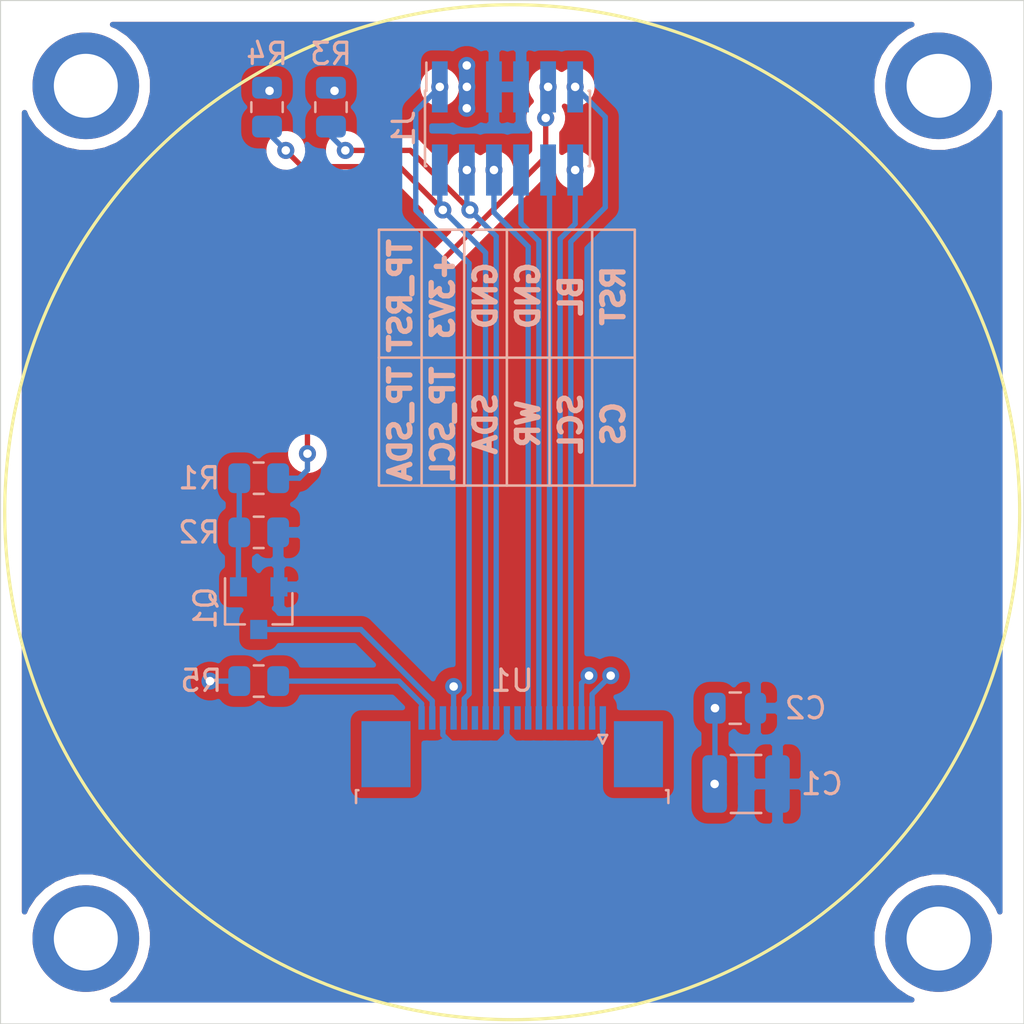
<source format=kicad_pcb>
(kicad_pcb (version 20171130) (host pcbnew 5.1.10-88a1d61d58~90~ubuntu20.04.1)

  (general
    (thickness 1.6)
    (drawings 31)
    (tracks 126)
    (zones 0)
    (modules 10)
    (nets 17)
  )

  (page A4)
  (layers
    (0 F.Cu signal)
    (31 B.Cu signal)
    (32 B.Adhes user)
    (33 F.Adhes user)
    (34 B.Paste user)
    (35 F.Paste user)
    (36 B.SilkS user)
    (37 F.SilkS user)
    (38 B.Mask user)
    (39 F.Mask user)
    (40 Dwgs.User user)
    (41 Cmts.User user)
    (42 Eco1.User user)
    (43 Eco2.User user)
    (44 Edge.Cuts user)
    (45 Margin user)
    (46 B.CrtYd user)
    (47 F.CrtYd user)
    (48 B.Fab user)
    (49 F.Fab user)
  )

  (setup
    (last_trace_width 0.25)
    (trace_clearance 0.2)
    (zone_clearance 0.508)
    (zone_45_only no)
    (trace_min 0.2)
    (via_size 0.8)
    (via_drill 0.4)
    (via_min_size 0.4)
    (via_min_drill 0.3)
    (uvia_size 0.3)
    (uvia_drill 0.1)
    (uvias_allowed no)
    (uvia_min_size 0.2)
    (uvia_min_drill 0.1)
    (edge_width 0.05)
    (segment_width 0.2)
    (pcb_text_width 0.3)
    (pcb_text_size 1.5 1.5)
    (mod_edge_width 0.12)
    (mod_text_size 1 1)
    (mod_text_width 0.15)
    (pad_size 1.524 1.524)
    (pad_drill 0.762)
    (pad_to_mask_clearance 0)
    (aux_axis_origin 0 0)
    (visible_elements FFFFFF7F)
    (pcbplotparams
      (layerselection 0x010fc_ffffffff)
      (usegerberextensions true)
      (usegerberattributes true)
      (usegerberadvancedattributes false)
      (creategerberjobfile false)
      (excludeedgelayer true)
      (linewidth 0.100000)
      (plotframeref false)
      (viasonmask false)
      (mode 1)
      (useauxorigin false)
      (hpglpennumber 1)
      (hpglpenspeed 20)
      (hpglpendiameter 15.000000)
      (psnegative false)
      (psa4output false)
      (plotreference true)
      (plotvalue false)
      (plotinvisibletext false)
      (padsonsilk false)
      (subtractmaskfromsilk true)
      (outputformat 1)
      (mirror false)
      (drillshape 0)
      (scaleselection 1)
      (outputdirectory "osh_lcd_0.1-gerbers"))
  )

  (net 0 "")
  (net 1 "Net-(J1-Pad1)")
  (net 2 "Net-(J1-Pad2)")
  (net 3 +3V3)
  (net 4 "Net-(J1-Pad4)")
  (net 5 Earth)
  (net 6 "Net-(J1-Pad6)")
  (net 7 "Net-(J1-Pad8)")
  (net 8 "Net-(J1-Pad9)")
  (net 9 "Net-(J1-Pad10)")
  (net 10 "Net-(J1-Pad11)")
  (net 11 "Net-(J1-Pad12)")
  (net 12 "Net-(Q1-Pad1)")
  (net 13 "Net-(Q1-Pad3)")
  (net 14 "Net-(R5-Pad1)")
  (net 15 "Net-(U1-Pad9)")
  (net 16 "Net-(U1-Pad13)")

  (net_class Default "This is the default net class."
    (clearance 0.2)
    (trace_width 0.25)
    (via_dia 0.8)
    (via_drill 0.4)
    (uvia_dia 0.3)
    (uvia_drill 0.1)
    (add_net +3V3)
    (add_net Earth)
    (add_net "Net-(J1-Pad1)")
    (add_net "Net-(J1-Pad10)")
    (add_net "Net-(J1-Pad11)")
    (add_net "Net-(J1-Pad12)")
    (add_net "Net-(J1-Pad2)")
    (add_net "Net-(J1-Pad4)")
    (add_net "Net-(J1-Pad6)")
    (add_net "Net-(J1-Pad8)")
    (add_net "Net-(J1-Pad9)")
    (add_net "Net-(Q1-Pad1)")
    (add_net "Net-(Q1-Pad3)")
    (add_net "Net-(R5-Pad1)")
    (add_net "Net-(U1-Pad13)")
    (add_net "Net-(U1-Pad9)")
  )

  (module Connector_PinHeader_1.27mm:PinHeader_2x06_P1.27mm_Vertical_SMD locked (layer B.Cu) (tedit 59FED6E3) (tstamp 615E3179)
    (at 129.77876 112 270)
    (descr "surface-mounted straight pin header, 2x06, 1.27mm pitch, double rows")
    (tags "Surface mounted pin header SMD 2x06 1.27mm double row")
    (path /61AD51FF)
    (attr smd)
    (fp_text reference J1 (at 0 4.87 90) (layer B.SilkS)
      (effects (font (size 1 1) (thickness 0.15)) (justify mirror))
    )
    (fp_text value Conn_02x06 (at 0 -4.87 90) (layer B.Fab) hide
      (effects (font (size 1 1) (thickness 0.15)) (justify mirror))
    )
    (fp_line (start 4.3 4.35) (end -4.3 4.35) (layer B.CrtYd) (width 0.05))
    (fp_line (start 4.3 -4.35) (end 4.3 4.35) (layer B.CrtYd) (width 0.05))
    (fp_line (start -4.3 -4.35) (end 4.3 -4.35) (layer B.CrtYd) (width 0.05))
    (fp_line (start -4.3 4.35) (end -4.3 -4.35) (layer B.CrtYd) (width 0.05))
    (fp_line (start 1.765 -3.805) (end 1.765 -3.87) (layer B.SilkS) (width 0.12))
    (fp_line (start -1.765 -3.805) (end -1.765 -3.87) (layer B.SilkS) (width 0.12))
    (fp_line (start 1.765 3.87) (end 1.765 3.805) (layer B.SilkS) (width 0.12))
    (fp_line (start -1.765 3.87) (end -1.765 3.805) (layer B.SilkS) (width 0.12))
    (fp_line (start -3.09 3.805) (end -1.765 3.805) (layer B.SilkS) (width 0.12))
    (fp_line (start -1.765 -3.87) (end 1.765 -3.87) (layer B.SilkS) (width 0.12))
    (fp_line (start -1.765 3.87) (end 1.765 3.87) (layer B.SilkS) (width 0.12))
    (fp_line (start 2.75 -3.375) (end 1.705 -3.375) (layer B.Fab) (width 0.1))
    (fp_line (start 2.75 -2.975) (end 2.75 -3.375) (layer B.Fab) (width 0.1))
    (fp_line (start 1.705 -2.975) (end 2.75 -2.975) (layer B.Fab) (width 0.1))
    (fp_line (start -2.75 -3.375) (end -1.705 -3.375) (layer B.Fab) (width 0.1))
    (fp_line (start -2.75 -2.975) (end -2.75 -3.375) (layer B.Fab) (width 0.1))
    (fp_line (start -1.705 -2.975) (end -2.75 -2.975) (layer B.Fab) (width 0.1))
    (fp_line (start 2.75 -2.105) (end 1.705 -2.105) (layer B.Fab) (width 0.1))
    (fp_line (start 2.75 -1.705) (end 2.75 -2.105) (layer B.Fab) (width 0.1))
    (fp_line (start 1.705 -1.705) (end 2.75 -1.705) (layer B.Fab) (width 0.1))
    (fp_line (start -2.75 -2.105) (end -1.705 -2.105) (layer B.Fab) (width 0.1))
    (fp_line (start -2.75 -1.705) (end -2.75 -2.105) (layer B.Fab) (width 0.1))
    (fp_line (start -1.705 -1.705) (end -2.75 -1.705) (layer B.Fab) (width 0.1))
    (fp_line (start 2.75 -0.835) (end 1.705 -0.835) (layer B.Fab) (width 0.1))
    (fp_line (start 2.75 -0.435) (end 2.75 -0.835) (layer B.Fab) (width 0.1))
    (fp_line (start 1.705 -0.435) (end 2.75 -0.435) (layer B.Fab) (width 0.1))
    (fp_line (start -2.75 -0.835) (end -1.705 -0.835) (layer B.Fab) (width 0.1))
    (fp_line (start -2.75 -0.435) (end -2.75 -0.835) (layer B.Fab) (width 0.1))
    (fp_line (start -1.705 -0.435) (end -2.75 -0.435) (layer B.Fab) (width 0.1))
    (fp_line (start 2.75 0.435) (end 1.705 0.435) (layer B.Fab) (width 0.1))
    (fp_line (start 2.75 0.835) (end 2.75 0.435) (layer B.Fab) (width 0.1))
    (fp_line (start 1.705 0.835) (end 2.75 0.835) (layer B.Fab) (width 0.1))
    (fp_line (start -2.75 0.435) (end -1.705 0.435) (layer B.Fab) (width 0.1))
    (fp_line (start -2.75 0.835) (end -2.75 0.435) (layer B.Fab) (width 0.1))
    (fp_line (start -1.705 0.835) (end -2.75 0.835) (layer B.Fab) (width 0.1))
    (fp_line (start 2.75 1.705) (end 1.705 1.705) (layer B.Fab) (width 0.1))
    (fp_line (start 2.75 2.105) (end 2.75 1.705) (layer B.Fab) (width 0.1))
    (fp_line (start 1.705 2.105) (end 2.75 2.105) (layer B.Fab) (width 0.1))
    (fp_line (start -2.75 1.705) (end -1.705 1.705) (layer B.Fab) (width 0.1))
    (fp_line (start -2.75 2.105) (end -2.75 1.705) (layer B.Fab) (width 0.1))
    (fp_line (start -1.705 2.105) (end -2.75 2.105) (layer B.Fab) (width 0.1))
    (fp_line (start 2.75 2.975) (end 1.705 2.975) (layer B.Fab) (width 0.1))
    (fp_line (start 2.75 3.375) (end 2.75 2.975) (layer B.Fab) (width 0.1))
    (fp_line (start 1.705 3.375) (end 2.75 3.375) (layer B.Fab) (width 0.1))
    (fp_line (start -2.75 2.975) (end -1.705 2.975) (layer B.Fab) (width 0.1))
    (fp_line (start -2.75 3.375) (end -2.75 2.975) (layer B.Fab) (width 0.1))
    (fp_line (start -1.705 3.375) (end -2.75 3.375) (layer B.Fab) (width 0.1))
    (fp_line (start 1.705 3.81) (end 1.705 -3.81) (layer B.Fab) (width 0.1))
    (fp_line (start -1.705 3.375) (end -1.27 3.81) (layer B.Fab) (width 0.1))
    (fp_line (start -1.705 -3.81) (end -1.705 3.375) (layer B.Fab) (width 0.1))
    (fp_line (start -1.27 3.81) (end 1.705 3.81) (layer B.Fab) (width 0.1))
    (fp_line (start 1.705 -3.81) (end -1.705 -3.81) (layer B.Fab) (width 0.1))
    (fp_text user %R (at 0 0 180) (layer B.Fab)
      (effects (font (size 1 1) (thickness 0.15)) (justify mirror))
    )
    (pad 12 smd rect (at 1.95 -3.175 270) (size 2.4 0.74) (layers B.Cu B.Paste B.Mask)
      (net 11 "Net-(J1-Pad12)"))
    (pad 11 smd rect (at -1.95 -3.175 270) (size 2.4 0.74) (layers B.Cu B.Paste B.Mask)
      (net 10 "Net-(J1-Pad11)"))
    (pad 10 smd rect (at 1.95 -1.905 270) (size 2.4 0.74) (layers B.Cu B.Paste B.Mask)
      (net 9 "Net-(J1-Pad10)"))
    (pad 9 smd rect (at -1.95 -1.905 270) (size 2.4 0.74) (layers B.Cu B.Paste B.Mask)
      (net 8 "Net-(J1-Pad9)"))
    (pad 8 smd rect (at 1.95 -0.635 270) (size 2.4 0.74) (layers B.Cu B.Paste B.Mask)
      (net 7 "Net-(J1-Pad8)"))
    (pad 7 smd rect (at -1.95 -0.635 270) (size 2.4 0.74) (layers B.Cu B.Paste B.Mask)
      (net 5 Earth))
    (pad 6 smd rect (at 1.95 0.635 270) (size 2.4 0.74) (layers B.Cu B.Paste B.Mask)
      (net 6 "Net-(J1-Pad6)"))
    (pad 5 smd rect (at -1.95 0.635 270) (size 2.4 0.74) (layers B.Cu B.Paste B.Mask)
      (net 5 Earth))
    (pad 4 smd rect (at 1.95 1.905 270) (size 2.4 0.74) (layers B.Cu B.Paste B.Mask)
      (net 4 "Net-(J1-Pad4)"))
    (pad 3 smd rect (at -1.95 1.905 270) (size 2.4 0.74) (layers B.Cu B.Paste B.Mask)
      (net 3 +3V3))
    (pad 2 smd rect (at 1.95 3.175 270) (size 2.4 0.74) (layers B.Cu B.Paste B.Mask)
      (net 2 "Net-(J1-Pad2)"))
    (pad 1 smd rect (at -1.95 3.175 270) (size 2.4 0.74) (layers B.Cu B.Paste B.Mask)
      (net 1 "Net-(J1-Pad1)"))
    (model ${KISYS3DMOD}/Connector_PinHeader_1.27mm.3dshapes/PinHeader_2x06_P1.27mm_Vertical_SMD.wrl
      (at (xyz 0 0 0))
      (scale (xyz 1 1 1))
      (rotate (xyz 0 0 0))
    )
  )

  (module Capacitor_SMD:C_0805_2012Metric (layer B.Cu) (tedit 5F68FEEE) (tstamp 615E145C)
    (at 140.462 139.192)
    (descr "Capacitor SMD 0805 (2012 Metric), square (rectangular) end terminal, IPC_7351 nominal, (Body size source: IPC-SM-782 page 76, https://www.pcb-3d.com/wordpress/wp-content/uploads/ipc-sm-782a_amendment_1_and_2.pdf, https://docs.google.com/spreadsheets/d/1BsfQQcO9C6DZCsRaXUlFlo91Tg2WpOkGARC1WS5S8t0/edit?usp=sharing), generated with kicad-footprint-generator")
    (tags capacitor)
    (path /615E1802)
    (attr smd)
    (fp_text reference C2 (at 3.302 0) (layer B.SilkS)
      (effects (font (size 1 1) (thickness 0.15)) (justify mirror))
    )
    (fp_text value C (at 0 -1.68) (layer B.Fab) hide
      (effects (font (size 1 1) (thickness 0.15)) (justify mirror))
    )
    (fp_line (start 1.7 -0.98) (end -1.7 -0.98) (layer B.CrtYd) (width 0.05))
    (fp_line (start 1.7 0.98) (end 1.7 -0.98) (layer B.CrtYd) (width 0.05))
    (fp_line (start -1.7 0.98) (end 1.7 0.98) (layer B.CrtYd) (width 0.05))
    (fp_line (start -1.7 -0.98) (end -1.7 0.98) (layer B.CrtYd) (width 0.05))
    (fp_line (start -0.261252 -0.735) (end 0.261252 -0.735) (layer B.SilkS) (width 0.12))
    (fp_line (start -0.261252 0.735) (end 0.261252 0.735) (layer B.SilkS) (width 0.12))
    (fp_line (start 1 -0.625) (end -1 -0.625) (layer B.Fab) (width 0.1))
    (fp_line (start 1 0.625) (end 1 -0.625) (layer B.Fab) (width 0.1))
    (fp_line (start -1 0.625) (end 1 0.625) (layer B.Fab) (width 0.1))
    (fp_line (start -1 -0.625) (end -1 0.625) (layer B.Fab) (width 0.1))
    (fp_text user %R (at 0.066 0 270) (layer B.Fab)
      (effects (font (size 0.5 0.5) (thickness 0.08)) (justify mirror))
    )
    (pad 2 smd roundrect (at 0.95 0) (size 1 1.45) (layers B.Cu B.Paste B.Mask) (roundrect_rratio 0.25)
      (net 5 Earth))
    (pad 1 smd roundrect (at -0.95 0) (size 1 1.45) (layers B.Cu B.Paste B.Mask) (roundrect_rratio 0.25)
      (net 3 +3V3))
    (model ${KISYS3DMOD}/Capacitor_SMD.3dshapes/C_0805_2012Metric.wrl
      (at (xyz 0 0 0))
      (scale (xyz 1 1 1))
      (rotate (xyz 0 0 0))
    )
  )

  (module Capacitor_SMD:C_1210_3225Metric (layer B.Cu) (tedit 5F68FEEE) (tstamp 615E22B8)
    (at 140.97 142.748)
    (descr "Capacitor SMD 1210 (3225 Metric), square (rectangular) end terminal, IPC_7351 nominal, (Body size source: IPC-SM-782 page 76, https://www.pcb-3d.com/wordpress/wp-content/uploads/ipc-sm-782a_amendment_1_and_2.pdf), generated with kicad-footprint-generator")
    (tags capacitor)
    (path /615ED2B4)
    (attr smd)
    (fp_text reference C1 (at 3.556 0) (layer B.SilkS)
      (effects (font (size 1 1) (thickness 0.15)) (justify mirror))
    )
    (fp_text value C (at 0 -2.3) (layer B.Fab) hide
      (effects (font (size 1 1) (thickness 0.15)) (justify mirror))
    )
    (fp_line (start 2.3 -1.6) (end -2.3 -1.6) (layer B.CrtYd) (width 0.05))
    (fp_line (start 2.3 1.6) (end 2.3 -1.6) (layer B.CrtYd) (width 0.05))
    (fp_line (start -2.3 1.6) (end 2.3 1.6) (layer B.CrtYd) (width 0.05))
    (fp_line (start -2.3 -1.6) (end -2.3 1.6) (layer B.CrtYd) (width 0.05))
    (fp_line (start -0.711252 -1.36) (end 0.711252 -1.36) (layer B.SilkS) (width 0.12))
    (fp_line (start -0.711252 1.36) (end 0.711252 1.36) (layer B.SilkS) (width 0.12))
    (fp_line (start 1.6 -1.25) (end -1.6 -1.25) (layer B.Fab) (width 0.1))
    (fp_line (start 1.6 1.25) (end 1.6 -1.25) (layer B.Fab) (width 0.1))
    (fp_line (start -1.6 1.25) (end 1.6 1.25) (layer B.Fab) (width 0.1))
    (fp_line (start -1.6 -1.25) (end -1.6 1.25) (layer B.Fab) (width 0.1))
    (fp_text user %R (at 0 0) (layer B.Fab)
      (effects (font (size 0.8 0.8) (thickness 0.12)) (justify mirror))
    )
    (pad 2 smd roundrect (at 1.475 0) (size 1.15 2.7) (layers B.Cu B.Paste B.Mask) (roundrect_rratio 0.2173904347826087)
      (net 5 Earth))
    (pad 1 smd roundrect (at -1.475 0) (size 1.15 2.7) (layers B.Cu B.Paste B.Mask) (roundrect_rratio 0.2173904347826087)
      (net 3 +3V3))
    (model ${KISYS3DMOD}/Capacitor_SMD.3dshapes/C_1210_3225Metric.wrl
      (at (xyz 0 0 0))
      (scale (xyz 1 1 1))
      (rotate (xyz 0 0 0))
    )
  )

  (module Package_TO_SOT_SMD:SOT-23 (layer B.Cu) (tedit 5A02FF57) (tstamp 615E267A)
    (at 118.11 134.502 270)
    (descr "SOT-23, Standard")
    (tags SOT-23)
    (path /61A29A71)
    (attr smd)
    (fp_text reference Q1 (at 0 2.5 90) (layer B.SilkS)
      (effects (font (size 1 1) (thickness 0.15)) (justify mirror))
    )
    (fp_text value BC847 (at 0 -2.5 90) (layer B.Fab) hide
      (effects (font (size 1 1) (thickness 0.15)) (justify mirror))
    )
    (fp_line (start 0.76 -1.58) (end -0.7 -1.58) (layer B.SilkS) (width 0.12))
    (fp_line (start 0.76 1.58) (end -1.4 1.58) (layer B.SilkS) (width 0.12))
    (fp_line (start -1.7 -1.75) (end -1.7 1.75) (layer B.CrtYd) (width 0.05))
    (fp_line (start 1.7 -1.75) (end -1.7 -1.75) (layer B.CrtYd) (width 0.05))
    (fp_line (start 1.7 1.75) (end 1.7 -1.75) (layer B.CrtYd) (width 0.05))
    (fp_line (start -1.7 1.75) (end 1.7 1.75) (layer B.CrtYd) (width 0.05))
    (fp_line (start 0.76 1.58) (end 0.76 0.65) (layer B.SilkS) (width 0.12))
    (fp_line (start 0.76 -1.58) (end 0.76 -0.65) (layer B.SilkS) (width 0.12))
    (fp_line (start -0.7 -1.52) (end 0.7 -1.52) (layer B.Fab) (width 0.1))
    (fp_line (start 0.7 1.52) (end 0.7 -1.52) (layer B.Fab) (width 0.1))
    (fp_line (start -0.7 0.95) (end -0.15 1.52) (layer B.Fab) (width 0.1))
    (fp_line (start -0.15 1.52) (end 0.7 1.52) (layer B.Fab) (width 0.1))
    (fp_line (start -0.7 0.95) (end -0.7 -1.5) (layer B.Fab) (width 0.1))
    (fp_text user %R (at 0 0 180) (layer B.Fab)
      (effects (font (size 0.5 0.5) (thickness 0.075)) (justify mirror))
    )
    (pad 1 smd rect (at -1 0.95 270) (size 0.9 0.8) (layers B.Cu B.Paste B.Mask)
      (net 12 "Net-(Q1-Pad1)"))
    (pad 2 smd rect (at -1 -0.95 270) (size 0.9 0.8) (layers B.Cu B.Paste B.Mask)
      (net 5 Earth))
    (pad 3 smd rect (at 1 0 270) (size 0.9 0.8) (layers B.Cu B.Paste B.Mask)
      (net 13 "Net-(Q1-Pad3)"))
    (model ${KISYS3DMOD}/Package_TO_SOT_SMD.3dshapes/SOT-23.wrl
      (at (xyz 0 0 0))
      (scale (xyz 1 1 1))
      (rotate (xyz 0 0 0))
    )
  )

  (module Resistor_SMD:R_0805_2012Metric (layer B.Cu) (tedit 5F68FEEE) (tstamp 615E26E5)
    (at 118.11 128.406 180)
    (descr "Resistor SMD 0805 (2012 Metric), square (rectangular) end terminal, IPC_7351 nominal, (Body size source: IPC-SM-782 page 72, https://www.pcb-3d.com/wordpress/wp-content/uploads/ipc-sm-782a_amendment_1_and_2.pdf), generated with kicad-footprint-generator")
    (tags resistor)
    (path /61ABDD87)
    (attr smd)
    (fp_text reference R1 (at 2.794 0) (layer B.SilkS)
      (effects (font (size 1 1) (thickness 0.15)) (justify mirror))
    )
    (fp_text value R (at 0 -1.65) (layer B.Fab) hide
      (effects (font (size 1 1) (thickness 0.15)) (justify mirror))
    )
    (fp_line (start 1.68 -0.95) (end -1.68 -0.95) (layer B.CrtYd) (width 0.05))
    (fp_line (start 1.68 0.95) (end 1.68 -0.95) (layer B.CrtYd) (width 0.05))
    (fp_line (start -1.68 0.95) (end 1.68 0.95) (layer B.CrtYd) (width 0.05))
    (fp_line (start -1.68 -0.95) (end -1.68 0.95) (layer B.CrtYd) (width 0.05))
    (fp_line (start -0.227064 -0.735) (end 0.227064 -0.735) (layer B.SilkS) (width 0.12))
    (fp_line (start -0.227064 0.735) (end 0.227064 0.735) (layer B.SilkS) (width 0.12))
    (fp_line (start 1 -0.625) (end -1 -0.625) (layer B.Fab) (width 0.1))
    (fp_line (start 1 0.625) (end 1 -0.625) (layer B.Fab) (width 0.1))
    (fp_line (start -1 0.625) (end 1 0.625) (layer B.Fab) (width 0.1))
    (fp_line (start -1 -0.625) (end -1 0.625) (layer B.Fab) (width 0.1))
    (fp_text user %R (at 0 0) (layer B.Fab)
      (effects (font (size 0.5 0.5) (thickness 0.08)) (justify mirror))
    )
    (pad 1 smd roundrect (at -0.9125 0 180) (size 1.025 1.4) (layers B.Cu B.Paste B.Mask) (roundrect_rratio 0.2439004878048781)
      (net 8 "Net-(J1-Pad9)"))
    (pad 2 smd roundrect (at 0.9125 0 180) (size 1.025 1.4) (layers B.Cu B.Paste B.Mask) (roundrect_rratio 0.2439004878048781)
      (net 12 "Net-(Q1-Pad1)"))
    (model ${KISYS3DMOD}/Resistor_SMD.3dshapes/R_0805_2012Metric.wrl
      (at (xyz 0 0 0))
      (scale (xyz 1 1 1))
      (rotate (xyz 0 0 0))
    )
  )

  (module Resistor_SMD:R_0805_2012Metric (layer B.Cu) (tedit 5F68FEEE) (tstamp 615E26B2)
    (at 118.11 130.946 180)
    (descr "Resistor SMD 0805 (2012 Metric), square (rectangular) end terminal, IPC_7351 nominal, (Body size source: IPC-SM-782 page 72, https://www.pcb-3d.com/wordpress/wp-content/uploads/ipc-sm-782a_amendment_1_and_2.pdf), generated with kicad-footprint-generator")
    (tags resistor)
    (path /61A2F275)
    (attr smd)
    (fp_text reference R2 (at 2.794 0) (layer B.SilkS)
      (effects (font (size 1 1) (thickness 0.15)) (justify mirror))
    )
    (fp_text value R (at 0 -1.65) (layer B.Fab) hide
      (effects (font (size 1 1) (thickness 0.15)) (justify mirror))
    )
    (fp_line (start -1 -0.625) (end -1 0.625) (layer B.Fab) (width 0.1))
    (fp_line (start -1 0.625) (end 1 0.625) (layer B.Fab) (width 0.1))
    (fp_line (start 1 0.625) (end 1 -0.625) (layer B.Fab) (width 0.1))
    (fp_line (start 1 -0.625) (end -1 -0.625) (layer B.Fab) (width 0.1))
    (fp_line (start -0.227064 0.735) (end 0.227064 0.735) (layer B.SilkS) (width 0.12))
    (fp_line (start -0.227064 -0.735) (end 0.227064 -0.735) (layer B.SilkS) (width 0.12))
    (fp_line (start -1.68 -0.95) (end -1.68 0.95) (layer B.CrtYd) (width 0.05))
    (fp_line (start -1.68 0.95) (end 1.68 0.95) (layer B.CrtYd) (width 0.05))
    (fp_line (start 1.68 0.95) (end 1.68 -0.95) (layer B.CrtYd) (width 0.05))
    (fp_line (start 1.68 -0.95) (end -1.68 -0.95) (layer B.CrtYd) (width 0.05))
    (fp_text user %R (at 0 0) (layer B.Fab)
      (effects (font (size 0.5 0.5) (thickness 0.08)) (justify mirror))
    )
    (pad 2 smd roundrect (at 0.9125 0 180) (size 1.025 1.4) (layers B.Cu B.Paste B.Mask) (roundrect_rratio 0.2439004878048781)
      (net 12 "Net-(Q1-Pad1)"))
    (pad 1 smd roundrect (at -0.9125 0 180) (size 1.025 1.4) (layers B.Cu B.Paste B.Mask) (roundrect_rratio 0.2439004878048781)
      (net 5 Earth))
    (model ${KISYS3DMOD}/Resistor_SMD.3dshapes/R_0805_2012Metric.wrl
      (at (xyz 0 0 0))
      (scale (xyz 1 1 1))
      (rotate (xyz 0 0 0))
    )
  )

  (module Resistor_SMD:R_0805_2012Metric (layer B.Cu) (tedit 5F68FEEE) (tstamp 615E3389)
    (at 121.5 111 90)
    (descr "Resistor SMD 0805 (2012 Metric), square (rectangular) end terminal, IPC_7351 nominal, (Body size source: IPC-SM-782 page 72, https://www.pcb-3d.com/wordpress/wp-content/uploads/ipc-sm-782a_amendment_1_and_2.pdf), generated with kicad-footprint-generator")
    (tags resistor)
    (path /61AA110F)
    (attr smd)
    (fp_text reference R3 (at 2.5 0 180) (layer B.SilkS)
      (effects (font (size 1 1) (thickness 0.15)) (justify mirror))
    )
    (fp_text value R (at 0 -1.65 90) (layer B.Fab) hide
      (effects (font (size 1 1) (thickness 0.15)) (justify mirror))
    )
    (fp_line (start -1 -0.625) (end -1 0.625) (layer B.Fab) (width 0.1))
    (fp_line (start -1 0.625) (end 1 0.625) (layer B.Fab) (width 0.1))
    (fp_line (start 1 0.625) (end 1 -0.625) (layer B.Fab) (width 0.1))
    (fp_line (start 1 -0.625) (end -1 -0.625) (layer B.Fab) (width 0.1))
    (fp_line (start -0.227064 0.735) (end 0.227064 0.735) (layer B.SilkS) (width 0.12))
    (fp_line (start -0.227064 -0.735) (end 0.227064 -0.735) (layer B.SilkS) (width 0.12))
    (fp_line (start -1.68 -0.95) (end -1.68 0.95) (layer B.CrtYd) (width 0.05))
    (fp_line (start -1.68 0.95) (end 1.68 0.95) (layer B.CrtYd) (width 0.05))
    (fp_line (start 1.68 0.95) (end 1.68 -0.95) (layer B.CrtYd) (width 0.05))
    (fp_line (start 1.68 -0.95) (end -1.68 -0.95) (layer B.CrtYd) (width 0.05))
    (fp_text user %R (at 0 0 90) (layer B.Fab)
      (effects (font (size 0.5 0.5) (thickness 0.08)) (justify mirror))
    )
    (pad 2 smd roundrect (at 0.9125 0 90) (size 1.025 1.4) (layers B.Cu B.Paste B.Mask) (roundrect_rratio 0.2439004878048781)
      (net 3 +3V3))
    (pad 1 smd roundrect (at -0.9125 0 90) (size 1.025 1.4) (layers B.Cu B.Paste B.Mask) (roundrect_rratio 0.2439004878048781)
      (net 4 "Net-(J1-Pad4)"))
    (model ${KISYS3DMOD}/Resistor_SMD.3dshapes/R_0805_2012Metric.wrl
      (at (xyz 0 0 0))
      (scale (xyz 1 1 1))
      (rotate (xyz 0 0 0))
    )
  )

  (module Resistor_SMD:R_0805_2012Metric (layer B.Cu) (tedit 5F68FEEE) (tstamp 615E06DA)
    (at 118.5 111 90)
    (descr "Resistor SMD 0805 (2012 Metric), square (rectangular) end terminal, IPC_7351 nominal, (Body size source: IPC-SM-782 page 72, https://www.pcb-3d.com/wordpress/wp-content/uploads/ipc-sm-782a_amendment_1_and_2.pdf), generated with kicad-footprint-generator")
    (tags resistor)
    (path /61A9FBCC)
    (attr smd)
    (fp_text reference R4 (at 2.5 0 180) (layer B.SilkS)
      (effects (font (size 1 1) (thickness 0.15)) (justify mirror))
    )
    (fp_text value R (at 0 -1.65 90) (layer B.Fab) hide
      (effects (font (size 1 1) (thickness 0.15)) (justify mirror))
    )
    (fp_line (start 1.68 -0.95) (end -1.68 -0.95) (layer B.CrtYd) (width 0.05))
    (fp_line (start 1.68 0.95) (end 1.68 -0.95) (layer B.CrtYd) (width 0.05))
    (fp_line (start -1.68 0.95) (end 1.68 0.95) (layer B.CrtYd) (width 0.05))
    (fp_line (start -1.68 -0.95) (end -1.68 0.95) (layer B.CrtYd) (width 0.05))
    (fp_line (start -0.227064 -0.735) (end 0.227064 -0.735) (layer B.SilkS) (width 0.12))
    (fp_line (start -0.227064 0.735) (end 0.227064 0.735) (layer B.SilkS) (width 0.12))
    (fp_line (start 1 -0.625) (end -1 -0.625) (layer B.Fab) (width 0.1))
    (fp_line (start 1 0.625) (end 1 -0.625) (layer B.Fab) (width 0.1))
    (fp_line (start -1 0.625) (end 1 0.625) (layer B.Fab) (width 0.1))
    (fp_line (start -1 -0.625) (end -1 0.625) (layer B.Fab) (width 0.1))
    (fp_text user %R (at 0 0 90) (layer B.Fab)
      (effects (font (size 0.5 0.5) (thickness 0.08)) (justify mirror))
    )
    (pad 1 smd roundrect (at -0.9125 0 90) (size 1.025 1.4) (layers B.Cu B.Paste B.Mask) (roundrect_rratio 0.2439004878048781)
      (net 2 "Net-(J1-Pad2)"))
    (pad 2 smd roundrect (at 0.9125 0 90) (size 1.025 1.4) (layers B.Cu B.Paste B.Mask) (roundrect_rratio 0.2439004878048781)
      (net 3 +3V3))
    (model ${KISYS3DMOD}/Resistor_SMD.3dshapes/R_0805_2012Metric.wrl
      (at (xyz 0 0 0))
      (scale (xyz 1 1 1))
      (rotate (xyz 0 0 0))
    )
  )

  (module Resistor_SMD:R_0805_2012Metric (layer B.Cu) (tedit 5F68FEEE) (tstamp 615E37AB)
    (at 118.11 137.922 180)
    (descr "Resistor SMD 0805 (2012 Metric), square (rectangular) end terminal, IPC_7351 nominal, (Body size source: IPC-SM-782 page 72, https://www.pcb-3d.com/wordpress/wp-content/uploads/ipc-sm-782a_amendment_1_and_2.pdf), generated with kicad-footprint-generator")
    (tags resistor)
    (path /61A2AEAB)
    (attr smd)
    (fp_text reference R5 (at 2.69162 0.01666) (layer B.SilkS)
      (effects (font (size 1 1) (thickness 0.15)) (justify mirror))
    )
    (fp_text value R (at 0 -1.65) (layer B.Fab) hide
      (effects (font (size 1 1) (thickness 0.15)) (justify mirror))
    )
    (fp_line (start 1.68 -0.95) (end -1.68 -0.95) (layer B.CrtYd) (width 0.05))
    (fp_line (start 1.68 0.95) (end 1.68 -0.95) (layer B.CrtYd) (width 0.05))
    (fp_line (start -1.68 0.95) (end 1.68 0.95) (layer B.CrtYd) (width 0.05))
    (fp_line (start -1.68 -0.95) (end -1.68 0.95) (layer B.CrtYd) (width 0.05))
    (fp_line (start -0.227064 -0.735) (end 0.227064 -0.735) (layer B.SilkS) (width 0.12))
    (fp_line (start -0.227064 0.735) (end 0.227064 0.735) (layer B.SilkS) (width 0.12))
    (fp_line (start 1 -0.625) (end -1 -0.625) (layer B.Fab) (width 0.1))
    (fp_line (start 1 0.625) (end 1 -0.625) (layer B.Fab) (width 0.1))
    (fp_line (start -1 0.625) (end 1 0.625) (layer B.Fab) (width 0.1))
    (fp_line (start -1 -0.625) (end -1 0.625) (layer B.Fab) (width 0.1))
    (fp_text user %R (at 0 0) (layer B.Fab)
      (effects (font (size 0.5 0.5) (thickness 0.08)) (justify mirror))
    )
    (pad 1 smd roundrect (at -0.9125 0 180) (size 1.025 1.4) (layers B.Cu B.Paste B.Mask) (roundrect_rratio 0.2439004878048781)
      (net 14 "Net-(R5-Pad1)"))
    (pad 2 smd roundrect (at 0.9125 0 180) (size 1.025 1.4) (layers B.Cu B.Paste B.Mask) (roundrect_rratio 0.2439004878048781)
      (net 3 +3V3))
    (model ${KISYS3DMOD}/Resistor_SMD.3dshapes/R_0805_2012Metric.wrl
      (at (xyz 0 0 0))
      (scale (xyz 1 1 1))
      (rotate (xyz 0 0 0))
    )
  )

  (module Connector_FFC-FPC:TE_1-1734839-8_1x18-1MP_P0.5mm_Horizontal locked (layer B.Cu) (tedit 5DB5C65C) (tstamp 615E0B6F)
    (at 130 141 180)
    (descr "TE FPC connector, 18 top-side contacts, 0.5mm pitch, SMT, https://www.te.com/commerce/DocumentDelivery/DDEController?Action=showdoc&DocId=Customer+Drawing%7F1734839%7FC%7Fpdf%7FEnglish%7FENG_CD_1734839_C_C_1734839.pdf%7F4-1734839-0")
    (tags "te fpc 1734839")
    (path /61A2034D)
    (attr smd)
    (fp_text reference U1 (at 0 3.1) (layer B.SilkS)
      (effects (font (size 1 1) (thickness 0.15)) (justify mirror))
    )
    (fp_text value TT130RGC17B (at 0 -3.25) (layer Dwgs.User)
      (effects (font (size 0.5 0.5) (thickness 0.08)))
    )
    (fp_line (start 7.72 2.4) (end -7.72 2.4) (layer B.CrtYd) (width 0.05))
    (fp_line (start 7.72 -4.25) (end 7.72 2.4) (layer B.CrtYd) (width 0.05))
    (fp_line (start -7.72 -4.25) (end 7.72 -4.25) (layer B.CrtYd) (width 0.05))
    (fp_line (start -7.72 2.4) (end -7.72 -4.25) (layer B.CrtYd) (width 0.05))
    (fp_line (start 7.105 -2.75) (end -7.105 -2.75) (layer Dwgs.User) (width 0.1))
    (fp_line (start -4.05 0.55) (end -4.45 0.55) (layer B.SilkS) (width 0.12))
    (fp_line (start -4.25 0.15) (end -4.05 0.55) (layer B.SilkS) (width 0.12))
    (fp_line (start -4.45 0.55) (end -4.25 0.15) (layer B.SilkS) (width 0.12))
    (fp_line (start 7.325 -2.04) (end 7.325 -2.64) (layer B.SilkS) (width 0.12))
    (fp_line (start 7.215 -2.04) (end 7.325 -2.04) (layer B.SilkS) (width 0.12))
    (fp_line (start -7.325 -2.04) (end -7.325 -2.64) (layer B.SilkS) (width 0.12))
    (fp_line (start -7.215 -2.04) (end -7.325 -2.04) (layer B.SilkS) (width 0.12))
    (fp_line (start -4.25 -0.15) (end -3.85 0.65) (layer B.Fab) (width 0.1))
    (fp_line (start -4.65 0.65) (end -4.25 -0.15) (layer B.Fab) (width 0.1))
    (fp_line (start -6.56 -2.15) (end -6.56 0.65) (layer B.Fab) (width 0.1))
    (fp_line (start -7.215 -2.15) (end -6.56 -2.15) (layer B.Fab) (width 0.1))
    (fp_line (start -7.215 -3.75) (end -7.215 -2.15) (layer B.Fab) (width 0.1))
    (fp_line (start 7.215 -3.75) (end -7.215 -3.75) (layer B.Fab) (width 0.1))
    (fp_line (start 7.215 -2.15) (end 7.215 -3.75) (layer B.Fab) (width 0.1))
    (fp_line (start 6.56 -2.15) (end 7.215 -2.15) (layer B.Fab) (width 0.1))
    (fp_line (start 6.56 0.65) (end 6.56 -2.15) (layer B.Fab) (width 0.1))
    (fp_line (start -6.56 0.65) (end 6.56 0.65) (layer B.Fab) (width 0.1))
    (fp_text user %R (at 0 -1.55) (layer F.Fab)
      (effects (font (size 1 1) (thickness 0.15)))
    )
    (pad 1 smd rect (at -4.25 1.35 180) (size 0.3 1.1) (layers B.Cu B.Paste B.Mask)
      (net 5 Earth))
    (pad 2 smd rect (at -3.75 1.35 180) (size 0.3 1.1) (layers B.Cu B.Paste B.Mask)
      (net 3 +3V3))
    (pad 3 smd rect (at -3.25 1.35 180) (size 0.3 1.1) (layers B.Cu B.Paste B.Mask)
      (net 3 +3V3))
    (pad 4 smd rect (at -2.75 1.35 180) (size 0.3 1.1) (layers B.Cu B.Paste B.Mask)
      (net 10 "Net-(J1-Pad11)"))
    (pad 5 smd rect (at -2.25 1.35 180) (size 0.3 1.1) (layers B.Cu B.Paste B.Mask)
      (net 11 "Net-(J1-Pad12)"))
    (pad 6 smd rect (at -1.75 1.35 180) (size 0.3 1.1) (layers B.Cu B.Paste B.Mask)
      (net 9 "Net-(J1-Pad10)"))
    (pad 7 smd rect (at -1.25 1.35 180) (size 0.3 1.1) (layers B.Cu B.Paste B.Mask)
      (net 7 "Net-(J1-Pad8)"))
    (pad 8 smd rect (at -0.75 1.35 180) (size 0.3 1.1) (layers B.Cu B.Paste B.Mask)
      (net 6 "Net-(J1-Pad6)"))
    (pad 9 smd rect (at -0.25 1.35 180) (size 0.3 1.1) (layers B.Cu B.Paste B.Mask)
      (net 15 "Net-(U1-Pad9)"))
    (pad 10 smd rect (at 0.25 1.35 180) (size 0.3 1.1) (layers B.Cu B.Paste B.Mask)
      (net 5 Earth))
    (pad 11 smd rect (at 0.75 1.35 180) (size 0.3 1.1) (layers B.Cu B.Paste B.Mask)
      (net 4 "Net-(J1-Pad4)"))
    (pad 12 smd rect (at 1.25 1.35 180) (size 0.3 1.1) (layers B.Cu B.Paste B.Mask)
      (net 2 "Net-(J1-Pad2)"))
    (pad 13 smd rect (at 1.75 1.35 180) (size 0.3 1.1) (layers B.Cu B.Paste B.Mask)
      (net 16 "Net-(U1-Pad13)"))
    (pad 14 smd rect (at 2.25 1.35 180) (size 0.3 1.1) (layers B.Cu B.Paste B.Mask)
      (net 1 "Net-(J1-Pad1)"))
    (pad 15 smd rect (at 2.75 1.35 180) (size 0.3 1.1) (layers B.Cu B.Paste B.Mask)
      (net 3 +3V3))
    (pad 16 smd rect (at 3.25 1.35 180) (size 0.3 1.1) (layers B.Cu B.Paste B.Mask)
      (net 5 Earth))
    (pad 17 smd rect (at 3.75 1.35 180) (size 0.3 1.1) (layers B.Cu B.Paste B.Mask)
      (net 13 "Net-(Q1-Pad3)"))
    (pad 18 smd rect (at 4.25 1.35 180) (size 0.3 1.1) (layers B.Cu B.Paste B.Mask)
      (net 14 "Net-(R5-Pad1)"))
    (pad MP smd rect (at -5.92 -0.35 180) (size 2.3 3.1) (layers B.Cu B.Paste B.Mask))
    (pad MP smd rect (at 5.92 -0.35 180) (size 2.3 3.1) (layers B.Cu B.Paste B.Mask))
    (model ${KISYS3DMOD}/Connector_FFC-FPC.3dshapes/TE_1-1734839-8_1x18-1MP_P0.5mm_Horizontal.wrl
      (at (xyz 0 0 0))
      (scale (xyz 1 1 1))
      (rotate (xyz 0 0 0))
    )
  )

  (gr_line (start 133.75 116.75) (end 133.75 128.75) (layer B.SilkS) (width 0.12))
  (gr_line (start 131.75 116.75) (end 133.75 116.75) (layer B.SilkS) (width 0.12))
  (gr_line (start 131.75 128.75) (end 131.75 116.75) (layer B.SilkS) (width 0.12))
  (gr_line (start 129.75 116.75) (end 129.75 128.75) (layer B.SilkS) (width 0.12))
  (gr_line (start 127.75 116.75) (end 129.25 116.75) (layer B.SilkS) (width 0.12))
  (gr_line (start 127.75 128.75) (end 127.75 116.75) (layer B.SilkS) (width 0.12))
  (gr_line (start 125.75 128.75) (end 127.75 128.75) (layer B.SilkS) (width 0.12))
  (gr_line (start 125.75 116.75) (end 125.75 128.75) (layer B.SilkS) (width 0.12))
  (gr_line (start 135.75 122.75) (end 123.75 122.75) (layer B.SilkS) (width 0.12) (tstamp 61605337))
  (gr_line (start 123.75 128.75) (end 123.75 122.75) (layer B.SilkS) (width 0.12) (tstamp 61605334))
  (gr_line (start 135.75 128.75) (end 123.75 128.75) (layer B.SilkS) (width 0.12))
  (gr_line (start 135.75 116.75) (end 135.75 128.75) (layer B.SilkS) (width 0.12))
  (gr_line (start 123.75 116.75) (end 135.75 116.75) (layer B.SilkS) (width 0.12))
  (gr_line (start 123.75 122.75) (end 123.75 116.75) (layer B.SilkS) (width 0.12))
  (gr_text BL (at 132.75 119.85 90) (layer B.SilkS) (tstamp 616052A9)
    (effects (font (size 1 1) (thickness 0.25)) (justify mirror))
  )
  (gr_text TP_RST (at 124.75 119.85 90) (layer B.SilkS) (tstamp 616052A8)
    (effects (font (size 1 1) (thickness 0.25)) (justify mirror))
  )
  (gr_text +3V3 (at 126.75 119.85 90) (layer B.SilkS) (tstamp 616052A7)
    (effects (font (size 1 1) (thickness 0.25)) (justify mirror))
  )
  (gr_text GND (at 128.75 119.85 90) (layer B.SilkS) (tstamp 616052A6)
    (effects (font (size 1 1) (thickness 0.25)) (justify mirror))
  )
  (gr_text RST (at 134.75 119.85 90) (layer B.SilkS) (tstamp 616052A5)
    (effects (font (size 1 1) (thickness 0.25)) (justify mirror))
  )
  (gr_text GND (at 130.75 119.85 90) (layer B.SilkS) (tstamp 616052A4)
    (effects (font (size 1 1) (thickness 0.25)) (justify mirror))
  )
  (gr_text CS (at 134.75 125.85 90) (layer B.SilkS) (tstamp 61605275)
    (effects (font (size 1 1) (thickness 0.25)) (justify mirror))
  )
  (gr_text SCL (at 132.75 125.85 90) (layer B.SilkS) (tstamp 61605275)
    (effects (font (size 1 1) (thickness 0.25)) (justify mirror))
  )
  (gr_text WR (at 130.75 125.85 90) (layer B.SilkS) (tstamp 61605275)
    (effects (font (size 1 1) (thickness 0.25)) (justify mirror))
  )
  (gr_text SDA (at 128.75 125.85 90) (layer B.SilkS) (tstamp 61605275)
    (effects (font (size 1 1) (thickness 0.25)) (justify mirror))
  )
  (gr_text TP_SCL (at 126.75 125.85 90) (layer B.SilkS) (tstamp 61605275)
    (effects (font (size 1 1) (thickness 0.25)) (justify mirror))
  )
  (gr_text TP_SDA (at 124.75 125.85 90) (layer B.SilkS)
    (effects (font (size 1 1) (thickness 0.25)) (justify mirror))
  )
  (gr_line (start 154 106) (end 106 106) (layer Edge.Cuts) (width 0.05) (tstamp 615F2A39))
  (gr_circle (center 130 130) (end 153.803361 130) (layer F.SilkS) (width 0.15))
  (gr_line (start 154 106) (end 154 154) (layer Edge.Cuts) (width 0.05) (tstamp 615E2DB0))
  (gr_line (start 106 106) (end 106 154) (layer Edge.Cuts) (width 0.05) (tstamp 615E2DA8))
  (gr_line (start 154 154) (end 106 154) (layer Edge.Cuts) (width 0.05))

  (via (at 110 110) (size 5) (drill 3) (layers F.Cu B.Cu) (net 0) (status 40000))
  (via (at 150 110) (size 5) (drill 3) (layers F.Cu B.Cu) (net 0) (tstamp 615E1637) (status 40000))
  (via (at 150 150) (size 5) (drill 3) (layers F.Cu B.Cu) (net 0) (tstamp 615E1637) (status 40000))
  (via (at 110 150) (size 5) (drill 3) (layers F.Cu B.Cu) (net 0) (tstamp 615E1649))
  (segment (start 127.75 139.65) (end 127.75 138.753002) (width 0.25) (layer B.Cu) (net 1))
  (segment (start 127.75 138.753002) (end 127.979001 138.524001) (width 0.25) (layer B.Cu) (net 1))
  (segment (start 127.979001 138.524001) (end 127.979001 118.327001) (width 0.25) (layer B.Cu) (net 1))
  (segment (start 127.979001 118.327001) (end 125.908759 116.256759) (width 0.25) (layer B.Cu) (net 1))
  (segment (start 125.908759 116.256759) (end 125.476 115.824) (width 0.25) (layer B.Cu) (net 1))
  (segment (start 125.476 111.17776) (end 126.60376 110.05) (width 0.25) (layer B.Cu) (net 1))
  (segment (start 125.476 112.776) (end 125.476 111.17776) (width 0.25) (layer B.Cu) (net 1))
  (segment (start 125.476 115.824) (end 125.476 112.776) (width 0.25) (layer B.Cu) (net 1))
  (segment (start 125.476 112.776) (end 125.476 112.268) (width 0.25) (layer B.Cu) (net 1))
  (via (at 126.60376 110.05) (size 0.8) (drill 0.4) (layers F.Cu B.Cu) (net 1))
  (via (at 126.746 115.824) (size 0.8) (drill 0.4) (layers F.Cu B.Cu) (net 2))
  (segment (start 126.60376 115.68176) (end 126.746 115.824) (width 0.25) (layer B.Cu) (net 2))
  (segment (start 126.60376 113.95) (end 126.60376 115.68176) (width 0.25) (layer B.Cu) (net 2))
  (segment (start 126.746 115.824) (end 127.762 116.84) (width 0.25) (layer B.Cu) (net 2))
  (segment (start 128.75 117.828) (end 127.762 116.84) (width 0.25) (layer B.Cu) (net 2))
  (segment (start 128.75 139.65) (end 128.75 117.828) (width 0.25) (layer B.Cu) (net 2))
  (via (at 119.38 113.03) (size 0.8) (drill 0.4) (layers F.Cu B.Cu) (net 2))
  (segment (start 118.5 112.15) (end 119.38 113.03) (width 0.25) (layer B.Cu) (net 2))
  (segment (start 118.5 111.9125) (end 118.5 112.15) (width 0.25) (layer B.Cu) (net 2))
  (segment (start 119.38 113.03) (end 120.142 113.792) (width 0.25) (layer F.Cu) (net 2))
  (segment (start 124.714 113.792) (end 126.746 115.824) (width 0.25) (layer F.Cu) (net 2))
  (segment (start 120.142 113.792) (end 124.714 113.792) (width 0.25) (layer F.Cu) (net 2))
  (segment (start 139.512 142.731) (end 139.495 142.748) (width 0.25) (layer B.Cu) (net 3))
  (segment (start 139.512 139.192) (end 139.512 142.731) (width 0.25) (layer B.Cu) (net 3))
  (via (at 115.824 137.922) (size 0.8) (drill 0.4) (layers F.Cu B.Cu) (net 3))
  (segment (start 117.1975 137.922) (end 115.824 137.922) (width 0.25) (layer B.Cu) (net 3))
  (segment (start 139.495 142.191) (end 139.954 141.732) (width 0.25) (layer B.Cu) (net 3))
  (segment (start 139.495 142.748) (end 139.495 142.191) (width 0.25) (layer B.Cu) (net 3))
  (segment (start 139.495 142.748) (end 139.954 142.748) (width 0.25) (layer B.Cu) (net 3))
  (segment (start 139.495 143.305) (end 139.954 143.764) (width 0.25) (layer B.Cu) (net 3))
  (segment (start 139.495 142.748) (end 139.495 143.305) (width 0.25) (layer B.Cu) (net 3))
  (via (at 127.254 138.176) (size 0.8) (drill 0.4) (layers F.Cu B.Cu) (net 3))
  (segment (start 127.25 138.18) (end 127.254 138.176) (width 0.25) (layer B.Cu) (net 3))
  (segment (start 127.25 139.65) (end 127.25 138.18) (width 0.25) (layer B.Cu) (net 3))
  (via (at 133.604 137.668) (size 0.8) (drill 0.4) (layers F.Cu B.Cu) (net 3))
  (segment (start 133.25 138.022) (end 133.604 137.668) (width 0.25) (layer B.Cu) (net 3))
  (segment (start 133.25 139.65) (end 133.25 138.022) (width 0.25) (layer B.Cu) (net 3))
  (via (at 134.62 137.668) (size 0.8) (drill 0.4) (layers F.Cu B.Cu) (net 3))
  (segment (start 133.75 138.538) (end 134.62 137.668) (width 0.25) (layer B.Cu) (net 3))
  (segment (start 133.75 139.65) (end 133.75 138.538) (width 0.25) (layer B.Cu) (net 3))
  (segment (start 127.87376 109.27334) (end 127.8763 109.2708) (width 0.25) (layer B.Cu) (net 3))
  (segment (start 127.87376 110.05) (end 127.87376 109.27334) (width 0.25) (layer B.Cu) (net 3))
  (via (at 127.87376 110.05) (size 0.8) (drill 0.4) (layers F.Cu B.Cu) (net 3))
  (via (at 127.86868 109.04474) (size 0.8) (drill 0.4) (layers F.Cu B.Cu) (net 3))
  (segment (start 127.87376 109.04982) (end 127.86868 109.04474) (width 0.25) (layer B.Cu) (net 3))
  (segment (start 127.87376 110.05) (end 127.87376 109.04982) (width 0.25) (layer B.Cu) (net 3))
  (via (at 127.86868 111.05388) (size 0.8) (drill 0.4) (layers F.Cu B.Cu) (net 3))
  (segment (start 127.87376 111.0488) (end 127.86868 111.05388) (width 0.25) (layer B.Cu) (net 3))
  (segment (start 127.87376 110.05) (end 127.87376 111.0488) (width 0.25) (layer B.Cu) (net 3))
  (via (at 118.618 110.236) (size 0.8) (drill 0.4) (layers F.Cu B.Cu) (net 3))
  (segment (start 118.5 110.118) (end 118.618 110.236) (width 0.25) (layer B.Cu) (net 3))
  (segment (start 118.5 110.0875) (end 118.5 110.118) (width 0.25) (layer B.Cu) (net 3))
  (via (at 121.666 110.236) (size 0.8) (drill 0.4) (layers F.Cu B.Cu) (net 3))
  (segment (start 121.5175 110.0875) (end 121.666 110.236) (width 0.25) (layer B.Cu) (net 3))
  (segment (start 121.5 110.0875) (end 121.5175 110.0875) (width 0.25) (layer B.Cu) (net 3))
  (via (at 139.495 142.748) (size 0.8) (drill 0.4) (layers F.Cu B.Cu) (net 3))
  (via (at 139.512 139.192) (size 0.8) (drill 0.4) (layers F.Cu B.Cu) (net 3))
  (segment (start 121.5 111.9125) (end 121.8185 111.9125) (width 0.25) (layer B.Cu) (net 4))
  (via (at 128.016 115.824) (size 0.8) (drill 0.4) (layers F.Cu B.Cu) (net 4))
  (segment (start 127.87376 115.68176) (end 128.016 115.824) (width 0.25) (layer B.Cu) (net 4))
  (segment (start 127.87376 113.95) (end 127.87376 115.68176) (width 0.25) (layer B.Cu) (net 4))
  (segment (start 129.25 117.058) (end 128.016 115.824) (width 0.25) (layer B.Cu) (net 4))
  (segment (start 129.25 139.65) (end 129.25 117.058) (width 0.25) (layer B.Cu) (net 4))
  (via (at 122.174 113.03) (size 0.8) (drill 0.4) (layers F.Cu B.Cu) (net 4))
  (segment (start 121.5 112.356) (end 122.174 113.03) (width 0.25) (layer B.Cu) (net 4))
  (segment (start 121.5 111.9125) (end 121.5 112.356) (width 0.25) (layer B.Cu) (net 4))
  (segment (start 125.222 113.03) (end 128.016 115.824) (width 0.25) (layer F.Cu) (net 4))
  (segment (start 122.174 113.03) (end 125.222 113.03) (width 0.25) (layer F.Cu) (net 4))
  (via (at 127.87376 113.95) (size 0.8) (drill 0.4) (layers F.Cu B.Cu) (net 4))
  (segment (start 119.06 130.9835) (end 119.0225 130.946) (width 0.25) (layer B.Cu) (net 5))
  (segment (start 119.06 133.502) (end 119.06 130.9835) (width 0.25) (layer B.Cu) (net 5))
  (segment (start 142.445 142.748) (end 142.445 140.225) (width 0.25) (layer B.Cu) (net 5))
  (segment (start 126.75 140.45) (end 127.27 140.97) (width 0.25) (layer B.Cu) (net 5))
  (segment (start 126.75 139.65) (end 126.75 140.45) (width 0.25) (layer B.Cu) (net 5))
  (segment (start 129.75 140.435002) (end 129.75 139.65) (width 0.25) (layer B.Cu) (net 5))
  (segment (start 129.215002 140.97) (end 129.75 140.435002) (width 0.25) (layer B.Cu) (net 5))
  (segment (start 127.27 140.97) (end 129.215002 140.97) (width 0.25) (layer B.Cu) (net 5))
  (segment (start 134.25 140.435002) (end 134.25 139.65) (width 0.25) (layer B.Cu) (net 5))
  (segment (start 133.715002 140.97) (end 134.25 140.435002) (width 0.25) (layer B.Cu) (net 5))
  (segment (start 130.27 140.97) (end 133.715002 140.97) (width 0.25) (layer B.Cu) (net 5))
  (segment (start 129.75 140.45) (end 130.27 140.97) (width 0.25) (layer B.Cu) (net 5))
  (segment (start 129.75 139.65) (end 129.75 140.45) (width 0.25) (layer B.Cu) (net 5))
  (segment (start 130.75 139.65) (end 130.75 117.542) (width 0.25) (layer B.Cu) (net 6))
  (segment (start 129.14376 115.93576) (end 129.14376 113.95) (width 0.25) (layer B.Cu) (net 6))
  (segment (start 130.75 117.542) (end 129.14376 115.93576) (width 0.25) (layer B.Cu) (net 6))
  (via (at 129.14376 113.95) (size 0.8) (drill 0.4) (layers F.Cu B.Cu) (net 6))
  (segment (start 131.25 139.65) (end 131.25 117.28) (width 0.25) (layer B.Cu) (net 7))
  (segment (start 130.41376 116.44376) (end 130.41376 113.95) (width 0.25) (layer B.Cu) (net 7))
  (segment (start 131.25 117.28) (end 130.41376 116.44376) (width 0.25) (layer B.Cu) (net 7))
  (via (at 120.396 127.254) (size 0.8) (drill 0.4) (layers F.Cu B.Cu) (net 8))
  (segment (start 120.396 124.517002) (end 120.396 127.254) (width 0.25) (layer F.Cu) (net 8))
  (segment (start 119.0225 128.406) (end 119.244 128.406) (width 0.25) (layer B.Cu) (net 8))
  (segment (start 120.396 127.254) (end 120.396 128.016) (width 0.25) (layer B.Cu) (net 8))
  (segment (start 120.006 128.406) (end 119.0225 128.406) (width 0.25) (layer B.Cu) (net 8))
  (segment (start 120.396 128.016) (end 120.006 128.406) (width 0.25) (layer B.Cu) (net 8))
  (via (at 131.572 111.506) (size 0.8) (drill 0.4) (layers F.Cu B.Cu) (net 8))
  (segment (start 131.68376 111.39424) (end 131.572 111.506) (width 0.25) (layer B.Cu) (net 8))
  (segment (start 131.68376 110.05) (end 131.68376 111.39424) (width 0.25) (layer B.Cu) (net 8))
  (segment (start 131.572 113.341002) (end 131.346501 113.566501) (width 0.25) (layer F.Cu) (net 8))
  (segment (start 131.572 111.506) (end 131.572 113.341002) (width 0.25) (layer F.Cu) (net 8))
  (segment (start 131.346501 113.566501) (end 120.396 124.517002) (width 0.25) (layer F.Cu) (net 8))
  (via (at 131.68376 110.05) (size 0.8) (drill 0.4) (layers F.Cu B.Cu) (net 8))
  (segment (start 131.75 114.01624) (end 131.68376 113.95) (width 0.25) (layer B.Cu) (net 9))
  (segment (start 131.75 139.65) (end 131.75 114.01624) (width 0.25) (layer B.Cu) (net 9))
  (segment (start 132.75 117.31441) (end 134.366 115.69841) (width 0.25) (layer B.Cu) (net 10))
  (segment (start 132.75 139.65) (end 132.75 117.31441) (width 0.25) (layer B.Cu) (net 10))
  (segment (start 134.366 111.46224) (end 132.95376 110.05) (width 0.25) (layer B.Cu) (net 10))
  (segment (start 134.366 115.69841) (end 134.366 111.46224) (width 0.25) (layer B.Cu) (net 10))
  (via (at 132.95376 110.05) (size 0.8) (drill 0.4) (layers F.Cu B.Cu) (net 10))
  (segment (start 132.25 139.65) (end 132.25 117.178) (width 0.25) (layer B.Cu) (net 11))
  (segment (start 132.95376 116.47424) (end 132.95376 113.95) (width 0.25) (layer B.Cu) (net 11))
  (segment (start 132.25 117.178) (end 132.95376 116.47424) (width 0.25) (layer B.Cu) (net 11))
  (via (at 132.95376 113.95) (size 0.8) (drill 0.4) (layers F.Cu B.Cu) (net 11))
  (segment (start 117.16 130.9835) (end 117.1975 130.946) (width 0.25) (layer B.Cu) (net 12))
  (segment (start 117.16 133.502) (end 117.16 130.9835) (width 0.25) (layer B.Cu) (net 12))
  (segment (start 117.1975 130.946) (end 117.1975 128.406) (width 0.25) (layer B.Cu) (net 12))
  (segment (start 122.902 135.502) (end 118.11 135.502) (width 0.25) (layer B.Cu) (net 13))
  (segment (start 126.25 138.85) (end 122.902 135.502) (width 0.25) (layer B.Cu) (net 13))
  (segment (start 126.25 139.65) (end 126.25 138.85) (width 0.25) (layer B.Cu) (net 13))
  (segment (start 125.75 138.98641) (end 125.75 139.65) (width 0.25) (layer B.Cu) (net 14))
  (segment (start 124.68559 137.922) (end 125.75 138.98641) (width 0.25) (layer B.Cu) (net 14))
  (segment (start 119.0225 137.922) (end 124.68559 137.922) (width 0.25) (layer B.Cu) (net 14))

  (zone (net 5) (net_name Earth) (layer B.Cu) (tstamp 6166ACC7) (hatch edge 0.508)
    (connect_pads (clearance 0.508))
    (min_thickness 0.254)
    (fill yes (arc_segments 32) (thermal_gap 0.508) (thermal_bridge_width 0.508))
    (polygon
      (pts
        (xy 153 153) (xy 107 153) (xy 107 107) (xy 153 107)
      )
    )
    (filled_polygon
      (pts
        (xy 148.515021 107.221799) (xy 148.001554 107.564886) (xy 147.564886 108.001554) (xy 147.221799 108.515021) (xy 146.985476 109.085554)
        (xy 146.865 109.691229) (xy 146.865 110.308771) (xy 146.985476 110.914446) (xy 147.221799 111.484979) (xy 147.564886 111.998446)
        (xy 148.001554 112.435114) (xy 148.515021 112.778201) (xy 149.085554 113.014524) (xy 149.691229 113.135) (xy 150.308771 113.135)
        (xy 150.914446 113.014524) (xy 151.484979 112.778201) (xy 151.998446 112.435114) (xy 152.435114 111.998446) (xy 152.778201 111.484979)
        (xy 152.873 111.256114) (xy 152.873 148.743886) (xy 152.778201 148.515021) (xy 152.435114 148.001554) (xy 151.998446 147.564886)
        (xy 151.484979 147.221799) (xy 150.914446 146.985476) (xy 150.308771 146.865) (xy 149.691229 146.865) (xy 149.085554 146.985476)
        (xy 148.515021 147.221799) (xy 148.001554 147.564886) (xy 147.564886 148.001554) (xy 147.221799 148.515021) (xy 146.985476 149.085554)
        (xy 146.865 149.691229) (xy 146.865 150.308771) (xy 146.985476 150.914446) (xy 147.221799 151.484979) (xy 147.564886 151.998446)
        (xy 148.001554 152.435114) (xy 148.515021 152.778201) (xy 148.743886 152.873) (xy 111.256114 152.873) (xy 111.484979 152.778201)
        (xy 111.998446 152.435114) (xy 112.435114 151.998446) (xy 112.778201 151.484979) (xy 113.014524 150.914446) (xy 113.135 150.308771)
        (xy 113.135 149.691229) (xy 113.014524 149.085554) (xy 112.778201 148.515021) (xy 112.435114 148.001554) (xy 111.998446 147.564886)
        (xy 111.484979 147.221799) (xy 110.914446 146.985476) (xy 110.308771 146.865) (xy 109.691229 146.865) (xy 109.085554 146.985476)
        (xy 108.515021 147.221799) (xy 108.001554 147.564886) (xy 107.564886 148.001554) (xy 107.221799 148.515021) (xy 107.127 148.743886)
        (xy 107.127 137.820061) (xy 114.789 137.820061) (xy 114.789 138.023939) (xy 114.828774 138.223898) (xy 114.906795 138.412256)
        (xy 115.020063 138.581774) (xy 115.164226 138.725937) (xy 115.333744 138.839205) (xy 115.522102 138.917226) (xy 115.722061 138.957)
        (xy 115.925939 138.957) (xy 116.125898 138.917226) (xy 116.210409 138.88222) (xy 116.307038 138.999962) (xy 116.441613 139.110405)
        (xy 116.595148 139.192472) (xy 116.761744 139.243008) (xy 116.934998 139.260072) (xy 117.460002 139.260072) (xy 117.633256 139.243008)
        (xy 117.799852 139.192472) (xy 117.953387 139.110405) (xy 118.087962 138.999962) (xy 118.11 138.973109) (xy 118.132038 138.999962)
        (xy 118.266613 139.110405) (xy 118.420148 139.192472) (xy 118.586744 139.243008) (xy 118.759998 139.260072) (xy 119.285002 139.260072)
        (xy 119.458256 139.243008) (xy 119.624852 139.192472) (xy 119.778387 139.110405) (xy 119.912962 138.999962) (xy 120.023405 138.865387)
        (xy 120.105472 138.711852) (xy 120.114527 138.682) (xy 124.370789 138.682) (xy 124.850716 139.161928) (xy 122.93 139.161928)
        (xy 122.805518 139.174188) (xy 122.68582 139.210498) (xy 122.575506 139.269463) (xy 122.478815 139.348815) (xy 122.399463 139.445506)
        (xy 122.340498 139.55582) (xy 122.304188 139.675518) (xy 122.291928 139.8) (xy 122.291928 142.9) (xy 122.304188 143.024482)
        (xy 122.340498 143.14418) (xy 122.399463 143.254494) (xy 122.478815 143.351185) (xy 122.575506 143.430537) (xy 122.68582 143.489502)
        (xy 122.805518 143.525812) (xy 122.93 143.538072) (xy 125.23 143.538072) (xy 125.354482 143.525812) (xy 125.47418 143.489502)
        (xy 125.584494 143.430537) (xy 125.681185 143.351185) (xy 125.760537 143.254494) (xy 125.819502 143.14418) (xy 125.855812 143.024482)
        (xy 125.868072 142.9) (xy 125.868072 140.838072) (xy 125.9 140.838072) (xy 126 140.828223) (xy 126.1 140.838072)
        (xy 126.4 140.838072) (xy 126.503841 140.827845) (xy 126.56825 140.835) (xy 126.600497 140.802753) (xy 126.64418 140.789502)
        (xy 126.75 140.732939) (xy 126.85582 140.789502) (xy 126.899503 140.802753) (xy 126.93175 140.835) (xy 126.996159 140.827845)
        (xy 127.1 140.838072) (xy 127.4 140.838072) (xy 127.5 140.828223) (xy 127.6 140.838072) (xy 127.9 140.838072)
        (xy 128 140.828223) (xy 128.1 140.838072) (xy 128.4 140.838072) (xy 128.5 140.828223) (xy 128.6 140.838072)
        (xy 128.9 140.838072) (xy 129 140.828223) (xy 129.1 140.838072) (xy 129.4 140.838072) (xy 129.503841 140.827845)
        (xy 129.56825 140.835) (xy 129.600497 140.802753) (xy 129.64418 140.789502) (xy 129.75 140.732939) (xy 129.85582 140.789502)
        (xy 129.899503 140.802753) (xy 129.93175 140.835) (xy 129.996159 140.827845) (xy 130.1 140.838072) (xy 130.4 140.838072)
        (xy 130.5 140.828223) (xy 130.6 140.838072) (xy 130.9 140.838072) (xy 131 140.828223) (xy 131.1 140.838072)
        (xy 131.4 140.838072) (xy 131.5 140.828223) (xy 131.6 140.838072) (xy 131.9 140.838072) (xy 132 140.828223)
        (xy 132.1 140.838072) (xy 132.4 140.838072) (xy 132.5 140.828223) (xy 132.6 140.838072) (xy 132.9 140.838072)
        (xy 133 140.828223) (xy 133.1 140.838072) (xy 133.4 140.838072) (xy 133.5 140.828223) (xy 133.6 140.838072)
        (xy 133.9 140.838072) (xy 134.003841 140.827845) (xy 134.06825 140.835) (xy 134.100497 140.802753) (xy 134.122998 140.795928)
        (xy 134.122998 140.835) (xy 134.131928 140.835) (xy 134.131928 142.9) (xy 134.144188 143.024482) (xy 134.180498 143.14418)
        (xy 134.239463 143.254494) (xy 134.318815 143.351185) (xy 134.415506 143.430537) (xy 134.52582 143.489502) (xy 134.645518 143.525812)
        (xy 134.77 143.538072) (xy 137.07 143.538072) (xy 137.194482 143.525812) (xy 137.31418 143.489502) (xy 137.424494 143.430537)
        (xy 137.521185 143.351185) (xy 137.600537 143.254494) (xy 137.659502 143.14418) (xy 137.695812 143.024482) (xy 137.708072 142.9)
        (xy 137.708072 141.647999) (xy 138.281928 141.647999) (xy 138.281928 143.848001) (xy 138.298992 144.021255) (xy 138.349528 144.187851)
        (xy 138.431595 144.341387) (xy 138.542038 144.475962) (xy 138.676613 144.586405) (xy 138.830149 144.668472) (xy 138.996745 144.719008)
        (xy 139.169999 144.736072) (xy 139.820001 144.736072) (xy 139.993255 144.719008) (xy 140.159851 144.668472) (xy 140.313387 144.586405)
        (xy 140.447962 144.475962) (xy 140.558405 144.341387) (xy 140.640472 144.187851) (xy 140.667727 144.098) (xy 141.231928 144.098)
        (xy 141.244188 144.222482) (xy 141.280498 144.34218) (xy 141.339463 144.452494) (xy 141.418815 144.549185) (xy 141.515506 144.628537)
        (xy 141.62582 144.687502) (xy 141.745518 144.723812) (xy 141.87 144.736072) (xy 142.15925 144.733) (xy 142.318 144.57425)
        (xy 142.318 142.875) (xy 142.572 142.875) (xy 142.572 144.57425) (xy 142.73075 144.733) (xy 143.02 144.736072)
        (xy 143.144482 144.723812) (xy 143.26418 144.687502) (xy 143.374494 144.628537) (xy 143.471185 144.549185) (xy 143.550537 144.452494)
        (xy 143.609502 144.34218) (xy 143.645812 144.222482) (xy 143.658072 144.098) (xy 143.655 143.03375) (xy 143.49625 142.875)
        (xy 142.572 142.875) (xy 142.318 142.875) (xy 141.39375 142.875) (xy 141.235 143.03375) (xy 141.231928 144.098)
        (xy 140.667727 144.098) (xy 140.691008 144.021255) (xy 140.701032 143.919479) (xy 140.703002 143.912985) (xy 140.717676 143.763999)
        (xy 140.708072 143.666489) (xy 140.708072 142.84552) (xy 140.717677 142.748) (xy 140.708072 142.65048) (xy 140.708072 141.829511)
        (xy 140.717676 141.732001) (xy 140.703002 141.583015) (xy 140.701032 141.576521) (xy 140.691008 141.474745) (xy 140.667728 141.398)
        (xy 141.231928 141.398) (xy 141.235 142.46225) (xy 141.39375 142.621) (xy 142.318 142.621) (xy 142.318 140.92175)
        (xy 142.572 140.92175) (xy 142.572 142.621) (xy 143.49625 142.621) (xy 143.655 142.46225) (xy 143.658072 141.398)
        (xy 143.645812 141.273518) (xy 143.609502 141.15382) (xy 143.550537 141.043506) (xy 143.471185 140.946815) (xy 143.374494 140.867463)
        (xy 143.26418 140.808498) (xy 143.144482 140.772188) (xy 143.02 140.759928) (xy 142.73075 140.763) (xy 142.572 140.92175)
        (xy 142.318 140.92175) (xy 142.15925 140.763) (xy 141.87 140.759928) (xy 141.745518 140.772188) (xy 141.62582 140.808498)
        (xy 141.515506 140.867463) (xy 141.418815 140.946815) (xy 141.339463 141.043506) (xy 141.280498 141.15382) (xy 141.244188 141.273518)
        (xy 141.231928 141.398) (xy 140.667728 141.398) (xy 140.640472 141.308149) (xy 140.558405 141.154613) (xy 140.447962 141.020038)
        (xy 140.313387 140.909595) (xy 140.272 140.887473) (xy 140.272 140.39177) (xy 140.389962 140.294962) (xy 140.395342 140.288406)
        (xy 140.460815 140.368185) (xy 140.557506 140.447537) (xy 140.66782 140.506502) (xy 140.787518 140.542812) (xy 140.912 140.555072)
        (xy 141.12625 140.552) (xy 141.285 140.39325) (xy 141.285 139.319) (xy 141.539 139.319) (xy 141.539 140.39325)
        (xy 141.69775 140.552) (xy 141.912 140.555072) (xy 142.036482 140.542812) (xy 142.15618 140.506502) (xy 142.266494 140.447537)
        (xy 142.363185 140.368185) (xy 142.442537 140.271494) (xy 142.501502 140.16118) (xy 142.537812 140.041482) (xy 142.550072 139.917)
        (xy 142.547 139.47775) (xy 142.38825 139.319) (xy 141.539 139.319) (xy 141.285 139.319) (xy 141.265 139.319)
        (xy 141.265 139.065) (xy 141.285 139.065) (xy 141.285 137.99075) (xy 141.539 137.99075) (xy 141.539 139.065)
        (xy 142.38825 139.065) (xy 142.547 138.90625) (xy 142.550072 138.467) (xy 142.537812 138.342518) (xy 142.501502 138.22282)
        (xy 142.442537 138.112506) (xy 142.363185 138.015815) (xy 142.266494 137.936463) (xy 142.15618 137.877498) (xy 142.036482 137.841188)
        (xy 141.912 137.828928) (xy 141.69775 137.832) (xy 141.539 137.99075) (xy 141.285 137.99075) (xy 141.12625 137.832)
        (xy 140.912 137.828928) (xy 140.787518 137.841188) (xy 140.66782 137.877498) (xy 140.557506 137.936463) (xy 140.460815 138.015815)
        (xy 140.395342 138.095594) (xy 140.389962 138.089038) (xy 140.255386 137.978595) (xy 140.10185 137.896528) (xy 139.935254 137.845992)
        (xy 139.762 137.828928) (xy 139.262 137.828928) (xy 139.088746 137.845992) (xy 138.92215 137.896528) (xy 138.768614 137.978595)
        (xy 138.634038 138.089038) (xy 138.523595 138.223614) (xy 138.441528 138.37715) (xy 138.390992 138.543746) (xy 138.373928 138.717)
        (xy 138.373928 139.667) (xy 138.390992 139.840254) (xy 138.441528 140.00685) (xy 138.523595 140.160386) (xy 138.634038 140.294962)
        (xy 138.752 140.391771) (xy 138.752 140.869299) (xy 138.676613 140.909595) (xy 138.542038 141.020038) (xy 138.431595 141.154613)
        (xy 138.349528 141.308149) (xy 138.298992 141.474745) (xy 138.281928 141.647999) (xy 137.708072 141.647999) (xy 137.708072 139.8)
        (xy 137.695812 139.675518) (xy 137.659502 139.55582) (xy 137.600537 139.445506) (xy 137.521185 139.348815) (xy 137.424494 139.269463)
        (xy 137.31418 139.210498) (xy 137.194482 139.174188) (xy 137.07 139.161928) (xy 135.037375 139.161928) (xy 135.037965 139.111675)
        (xy 135.027984 138.986989) (xy 134.993871 138.866647) (xy 134.936935 138.755273) (xy 134.872015 138.673148) (xy 134.921898 138.663226)
        (xy 135.110256 138.585205) (xy 135.279774 138.471937) (xy 135.423937 138.327774) (xy 135.537205 138.158256) (xy 135.615226 137.969898)
        (xy 135.655 137.769939) (xy 135.655 137.566061) (xy 135.615226 137.366102) (xy 135.537205 137.177744) (xy 135.423937 137.008226)
        (xy 135.279774 136.864063) (xy 135.110256 136.750795) (xy 134.921898 136.672774) (xy 134.721939 136.633) (xy 134.518061 136.633)
        (xy 134.318102 136.672774) (xy 134.129744 136.750795) (xy 134.112 136.762651) (xy 134.094256 136.750795) (xy 133.905898 136.672774)
        (xy 133.705939 136.633) (xy 133.51 136.633) (xy 133.51 117.629211) (xy 134.877004 116.262208) (xy 134.906001 116.238411)
        (xy 134.952301 116.181994) (xy 135.000974 116.122687) (xy 135.071546 115.990657) (xy 135.076907 115.972985) (xy 135.115003 115.847396)
        (xy 135.126 115.735743) (xy 135.126 115.735734) (xy 135.129676 115.698411) (xy 135.126 115.661088) (xy 135.126 111.499563)
        (xy 135.129676 111.46224) (xy 135.126 111.424917) (xy 135.126 111.424907) (xy 135.115003 111.313254) (xy 135.071546 111.169993)
        (xy 135.06397 111.155819) (xy 135.000974 111.037963) (xy 134.929799 110.951237) (xy 134.906001 110.922239) (xy 134.877003 110.898441)
        (xy 133.98876 110.010199) (xy 133.98876 109.948061) (xy 133.961832 109.812684) (xy 133.961832 108.85) (xy 133.949572 108.725518)
        (xy 133.913262 108.60582) (xy 133.854297 108.495506) (xy 133.774945 108.398815) (xy 133.678254 108.319463) (xy 133.56794 108.260498)
        (xy 133.448242 108.224188) (xy 133.32376 108.211928) (xy 132.58376 108.211928) (xy 132.459278 108.224188) (xy 132.33958 108.260498)
        (xy 132.31876 108.271627) (xy 132.29794 108.260498) (xy 132.178242 108.224188) (xy 132.05376 108.211928) (xy 131.31376 108.211928)
        (xy 131.189278 108.224188) (xy 131.06958 108.260498) (xy 131.04876 108.271627) (xy 131.02794 108.260498) (xy 130.908242 108.224188)
        (xy 130.78376 108.211928) (xy 130.69951 108.215) (xy 130.54076 108.37375) (xy 130.54076 109.923) (xy 130.56076 109.923)
        (xy 130.56076 110.177) (xy 130.54076 110.177) (xy 130.54076 111.385158) (xy 130.537 111.404061) (xy 130.537 111.607939)
        (xy 130.54076 111.626842) (xy 130.54076 111.72625) (xy 130.565443 111.750933) (xy 130.576774 111.807898) (xy 130.654795 111.996256)
        (xy 130.732084 112.111928) (xy 130.04376 112.111928) (xy 129.919278 112.124188) (xy 129.79958 112.160498) (xy 129.77876 112.171627)
        (xy 129.75794 112.160498) (xy 129.638242 112.124188) (xy 129.51376 112.111928) (xy 128.77376 112.111928) (xy 128.649278 112.124188)
        (xy 128.52958 112.160498) (xy 128.50876 112.171627) (xy 128.48794 112.160498) (xy 128.368242 112.124188) (xy 128.24376 112.111928)
        (xy 127.50376 112.111928) (xy 127.379278 112.124188) (xy 127.25958 112.160498) (xy 127.23876 112.171627) (xy 127.21794 112.160498)
        (xy 127.098242 112.124188) (xy 126.97376 112.111928) (xy 126.236 112.111928) (xy 126.236 111.888072) (xy 126.97376 111.888072)
        (xy 127.098242 111.875812) (xy 127.196956 111.845867) (xy 127.208906 111.857817) (xy 127.378424 111.971085) (xy 127.566782 112.049106)
        (xy 127.766741 112.08888) (xy 127.970619 112.08888) (xy 128.170578 112.049106) (xy 128.358936 111.971085) (xy 128.528454 111.857817)
        (xy 128.542768 111.843503) (xy 128.649278 111.875812) (xy 128.77376 111.888072) (xy 128.85801 111.885) (xy 129.01676 111.72625)
        (xy 129.01676 110.177) (xy 129.27076 110.177) (xy 129.27076 111.72625) (xy 129.42951 111.885) (xy 129.51376 111.888072)
        (xy 129.638242 111.875812) (xy 129.75794 111.839502) (xy 129.77876 111.828373) (xy 129.79958 111.839502) (xy 129.919278 111.875812)
        (xy 130.04376 111.888072) (xy 130.12801 111.885) (xy 130.28676 111.72625) (xy 130.28676 110.177) (xy 129.27076 110.177)
        (xy 129.01676 110.177) (xy 128.99676 110.177) (xy 128.99676 109.923) (xy 129.01676 109.923) (xy 129.01676 108.37375)
        (xy 129.27076 108.37375) (xy 129.27076 109.923) (xy 130.28676 109.923) (xy 130.28676 108.37375) (xy 130.12801 108.215)
        (xy 130.04376 108.211928) (xy 129.919278 108.224188) (xy 129.79958 108.260498) (xy 129.77876 108.271627) (xy 129.75794 108.260498)
        (xy 129.638242 108.224188) (xy 129.51376 108.211928) (xy 129.42951 108.215) (xy 129.27076 108.37375) (xy 129.01676 108.37375)
        (xy 128.85801 108.215) (xy 128.77376 108.211928) (xy 128.649278 108.224188) (xy 128.543827 108.256176) (xy 128.528454 108.240803)
        (xy 128.358936 108.127535) (xy 128.170578 108.049514) (xy 127.970619 108.00974) (xy 127.766741 108.00974) (xy 127.566782 108.049514)
        (xy 127.378424 108.127535) (xy 127.208906 108.240803) (xy 127.195898 108.253811) (xy 127.098242 108.224188) (xy 126.97376 108.211928)
        (xy 126.23376 108.211928) (xy 126.109278 108.224188) (xy 125.98958 108.260498) (xy 125.879266 108.319463) (xy 125.782575 108.398815)
        (xy 125.703223 108.495506) (xy 125.644258 108.60582) (xy 125.607948 108.725518) (xy 125.595688 108.85) (xy 125.595688 109.812684)
        (xy 125.56876 109.948061) (xy 125.56876 110.010198) (xy 124.964998 110.613961) (xy 124.936 110.637759) (xy 124.912202 110.666757)
        (xy 124.912201 110.666758) (xy 124.841026 110.753484) (xy 124.770454 110.885514) (xy 124.742411 110.977962) (xy 124.726998 111.028774)
        (xy 124.724525 111.05388) (xy 124.712324 111.17776) (xy 124.716001 111.215092) (xy 124.716 112.230663) (xy 124.716 112.813332)
        (xy 124.716001 112.813342) (xy 124.716 115.786677) (xy 124.712324 115.824) (xy 124.716 115.861322) (xy 124.716 115.861332)
        (xy 124.726997 115.972985) (xy 124.760899 116.084746) (xy 124.770454 116.116246) (xy 124.841026 116.248276) (xy 124.863944 116.276201)
        (xy 124.935999 116.364001) (xy 124.965003 116.387804) (xy 125.34496 116.767761) (xy 127.219002 118.641804) (xy 127.219001 137.141)
        (xy 127.152061 137.141) (xy 126.952102 137.180774) (xy 126.763744 137.258795) (xy 126.594226 137.372063) (xy 126.450063 137.516226)
        (xy 126.336795 137.685744) (xy 126.285173 137.810371) (xy 123.465804 134.991003) (xy 123.442001 134.961999) (xy 123.326276 134.867026)
        (xy 123.194247 134.796454) (xy 123.050986 134.752997) (xy 122.939333 134.742) (xy 122.939322 134.742) (xy 122.902 134.738324)
        (xy 122.864678 134.742) (xy 119.06432 134.742) (xy 119.040537 134.697506) (xy 118.961185 134.600815) (xy 118.864494 134.521463)
        (xy 118.848393 134.512857) (xy 118.933 134.42825) (xy 118.933 133.629) (xy 119.187 133.629) (xy 119.187 134.42825)
        (xy 119.34575 134.587) (xy 119.46 134.590072) (xy 119.584482 134.577812) (xy 119.70418 134.541502) (xy 119.814494 134.482537)
        (xy 119.911185 134.403185) (xy 119.990537 134.306494) (xy 120.049502 134.19618) (xy 120.085812 134.076482) (xy 120.098072 133.952)
        (xy 120.095 133.78775) (xy 119.93625 133.629) (xy 119.187 133.629) (xy 118.933 133.629) (xy 118.913 133.629)
        (xy 118.913 133.375) (xy 118.933 133.375) (xy 118.933 132.57575) (xy 119.187 132.57575) (xy 119.187 133.375)
        (xy 119.93625 133.375) (xy 120.095 133.21625) (xy 120.098072 133.052) (xy 120.085812 132.927518) (xy 120.049502 132.80782)
        (xy 119.990537 132.697506) (xy 119.911185 132.600815) (xy 119.814494 132.521463) (xy 119.70418 132.462498) (xy 119.584482 132.426188)
        (xy 119.46 132.413928) (xy 119.34575 132.417) (xy 119.187 132.57575) (xy 118.933 132.57575) (xy 118.77425 132.417)
        (xy 118.66 132.413928) (xy 118.535518 132.426188) (xy 118.41582 132.462498) (xy 118.305506 132.521463) (xy 118.208815 132.600815)
        (xy 118.129463 132.697506) (xy 118.11 132.733918) (xy 118.090537 132.697506) (xy 118.011185 132.600815) (xy 117.92 132.525982)
        (xy 117.92 132.152251) (xy 117.953387 132.134405) (xy 118.034637 132.067724) (xy 118.058815 132.097185) (xy 118.155506 132.176537)
        (xy 118.26582 132.235502) (xy 118.385518 132.271812) (xy 118.51 132.284072) (xy 118.73675 132.281) (xy 118.8955 132.12225)
        (xy 118.8955 131.073) (xy 119.1495 131.073) (xy 119.1495 132.12225) (xy 119.30825 132.281) (xy 119.535 132.284072)
        (xy 119.659482 132.271812) (xy 119.77918 132.235502) (xy 119.889494 132.176537) (xy 119.986185 132.097185) (xy 120.065537 132.000494)
        (xy 120.124502 131.89018) (xy 120.160812 131.770482) (xy 120.173072 131.646) (xy 120.17 131.23175) (xy 120.01125 131.073)
        (xy 119.1495 131.073) (xy 118.8955 131.073) (xy 118.8755 131.073) (xy 118.8755 130.819) (xy 118.8955 130.819)
        (xy 118.8955 130.799) (xy 119.1495 130.799) (xy 119.1495 130.819) (xy 120.01125 130.819) (xy 120.17 130.66025)
        (xy 120.173072 130.246) (xy 120.160812 130.121518) (xy 120.124502 130.00182) (xy 120.065537 129.891506) (xy 119.986185 129.794815)
        (xy 119.889494 129.715463) (xy 119.77918 129.656498) (xy 119.704565 129.633864) (xy 119.778387 129.594405) (xy 119.912962 129.483962)
        (xy 120.023405 129.349387) (xy 120.105472 129.195852) (xy 120.11672 129.158772) (xy 120.154986 129.155003) (xy 120.298247 129.111546)
        (xy 120.430276 129.040974) (xy 120.546001 128.946001) (xy 120.569804 128.916997) (xy 120.906997 128.579804) (xy 120.936001 128.556001)
        (xy 121.030974 128.440276) (xy 121.101546 128.308247) (xy 121.145003 128.164986) (xy 121.156 128.053333) (xy 121.156 128.053324)
        (xy 121.159676 128.016001) (xy 121.156 127.978678) (xy 121.156 127.957711) (xy 121.199937 127.913774) (xy 121.313205 127.744256)
        (xy 121.391226 127.555898) (xy 121.431 127.355939) (xy 121.431 127.152061) (xy 121.391226 126.952102) (xy 121.313205 126.763744)
        (xy 121.199937 126.594226) (xy 121.055774 126.450063) (xy 120.886256 126.336795) (xy 120.697898 126.258774) (xy 120.497939 126.219)
        (xy 120.294061 126.219) (xy 120.094102 126.258774) (xy 119.905744 126.336795) (xy 119.736226 126.450063) (xy 119.592063 126.594226)
        (xy 119.478795 126.763744) (xy 119.400774 126.952102) (xy 119.375953 127.076886) (xy 119.285002 127.067928) (xy 118.759998 127.067928)
        (xy 118.586744 127.084992) (xy 118.420148 127.135528) (xy 118.266613 127.217595) (xy 118.132038 127.328038) (xy 118.11 127.354891)
        (xy 118.087962 127.328038) (xy 117.953387 127.217595) (xy 117.799852 127.135528) (xy 117.633256 127.084992) (xy 117.460002 127.067928)
        (xy 116.934998 127.067928) (xy 116.761744 127.084992) (xy 116.595148 127.135528) (xy 116.441613 127.217595) (xy 116.307038 127.328038)
        (xy 116.196595 127.462613) (xy 116.114528 127.616148) (xy 116.063992 127.782744) (xy 116.046928 127.955998) (xy 116.046928 128.856002)
        (xy 116.063992 129.029256) (xy 116.114528 129.195852) (xy 116.196595 129.349387) (xy 116.307038 129.483962) (xy 116.437501 129.59103)
        (xy 116.4375 129.76097) (xy 116.307038 129.868038) (xy 116.196595 130.002613) (xy 116.114528 130.156148) (xy 116.063992 130.322744)
        (xy 116.046928 130.495998) (xy 116.046928 131.396002) (xy 116.063992 131.569256) (xy 116.114528 131.735852) (xy 116.196595 131.889387)
        (xy 116.307038 132.023962) (xy 116.400001 132.100255) (xy 116.4 132.525981) (xy 116.308815 132.600815) (xy 116.229463 132.697506)
        (xy 116.170498 132.80782) (xy 116.134188 132.927518) (xy 116.121928 133.052) (xy 116.121928 133.952) (xy 116.134188 134.076482)
        (xy 116.170498 134.19618) (xy 116.229463 134.306494) (xy 116.308815 134.403185) (xy 116.405506 134.482537) (xy 116.51582 134.541502)
        (xy 116.635518 134.577812) (xy 116.76 134.590072) (xy 117.271905 134.590072) (xy 117.258815 134.600815) (xy 117.179463 134.697506)
        (xy 117.120498 134.80782) (xy 117.084188 134.927518) (xy 117.071928 135.052) (xy 117.071928 135.952) (xy 117.084188 136.076482)
        (xy 117.120498 136.19618) (xy 117.179463 136.306494) (xy 117.258815 136.403185) (xy 117.355506 136.482537) (xy 117.46582 136.541502)
        (xy 117.585518 136.577812) (xy 117.71 136.590072) (xy 118.51 136.590072) (xy 118.634482 136.577812) (xy 118.75418 136.541502)
        (xy 118.864494 136.482537) (xy 118.961185 136.403185) (xy 119.040537 136.306494) (xy 119.06432 136.262) (xy 122.587199 136.262)
        (xy 123.487199 137.162) (xy 120.114527 137.162) (xy 120.105472 137.132148) (xy 120.023405 136.978613) (xy 119.912962 136.844038)
        (xy 119.778387 136.733595) (xy 119.624852 136.651528) (xy 119.458256 136.600992) (xy 119.285002 136.583928) (xy 118.759998 136.583928)
        (xy 118.586744 136.600992) (xy 118.420148 136.651528) (xy 118.266613 136.733595) (xy 118.132038 136.844038) (xy 118.11 136.870891)
        (xy 118.087962 136.844038) (xy 117.953387 136.733595) (xy 117.799852 136.651528) (xy 117.633256 136.600992) (xy 117.460002 136.583928)
        (xy 116.934998 136.583928) (xy 116.761744 136.600992) (xy 116.595148 136.651528) (xy 116.441613 136.733595) (xy 116.307038 136.844038)
        (xy 116.210409 136.96178) (xy 116.125898 136.926774) (xy 115.925939 136.887) (xy 115.722061 136.887) (xy 115.522102 136.926774)
        (xy 115.333744 137.004795) (xy 115.164226 137.118063) (xy 115.020063 137.262226) (xy 114.906795 137.431744) (xy 114.828774 137.620102)
        (xy 114.789 137.820061) (xy 107.127 137.820061) (xy 107.127 111.256114) (xy 107.221799 111.484979) (xy 107.564886 111.998446)
        (xy 108.001554 112.435114) (xy 108.515021 112.778201) (xy 109.085554 113.014524) (xy 109.691229 113.135) (xy 110.308771 113.135)
        (xy 110.914446 113.014524) (xy 111.484979 112.778201) (xy 111.998446 112.435114) (xy 112.435114 111.998446) (xy 112.778201 111.484979)
        (xy 113.014524 110.914446) (xy 113.135 110.308771) (xy 113.135 109.824998) (xy 117.161928 109.824998) (xy 117.161928 110.350002)
        (xy 117.178992 110.523256) (xy 117.229528 110.689852) (xy 117.311595 110.843387) (xy 117.422038 110.977962) (xy 117.448891 111)
        (xy 117.422038 111.022038) (xy 117.311595 111.156613) (xy 117.229528 111.310148) (xy 117.178992 111.476744) (xy 117.161928 111.649998)
        (xy 117.161928 112.175002) (xy 117.178992 112.348256) (xy 117.229528 112.514852) (xy 117.311595 112.668387) (xy 117.422038 112.802962)
        (xy 117.556613 112.913405) (xy 117.710148 112.995472) (xy 117.876744 113.046008) (xy 118.049998 113.063072) (xy 118.338271 113.063072)
        (xy 118.345 113.069801) (xy 118.345 113.131939) (xy 118.384774 113.331898) (xy 118.462795 113.520256) (xy 118.576063 113.689774)
        (xy 118.720226 113.833937) (xy 118.889744 113.947205) (xy 119.078102 114.025226) (xy 119.278061 114.065) (xy 119.481939 114.065)
        (xy 119.681898 114.025226) (xy 119.870256 113.947205) (xy 120.039774 113.833937) (xy 120.183937 113.689774) (xy 120.297205 113.520256)
        (xy 120.375226 113.331898) (xy 120.415 113.131939) (xy 120.415 112.928061) (xy 120.379904 112.751622) (xy 120.422038 112.802962)
        (xy 120.556613 112.913405) (xy 120.710148 112.995472) (xy 120.876744 113.046008) (xy 121.049998 113.063072) (xy 121.132271 113.063072)
        (xy 121.139 113.069801) (xy 121.139 113.131939) (xy 121.178774 113.331898) (xy 121.256795 113.520256) (xy 121.370063 113.689774)
        (xy 121.514226 113.833937) (xy 121.683744 113.947205) (xy 121.872102 114.025226) (xy 122.072061 114.065) (xy 122.275939 114.065)
        (xy 122.475898 114.025226) (xy 122.664256 113.947205) (xy 122.833774 113.833937) (xy 122.977937 113.689774) (xy 123.091205 113.520256)
        (xy 123.169226 113.331898) (xy 123.209 113.131939) (xy 123.209 112.928061) (xy 123.169226 112.728102) (xy 123.091205 112.539744)
        (xy 122.977937 112.370226) (xy 122.833774 112.226063) (xy 122.833088 112.225605) (xy 122.838072 112.175002) (xy 122.838072 111.649998)
        (xy 122.821008 111.476744) (xy 122.770472 111.310148) (xy 122.688405 111.156613) (xy 122.577962 111.022038) (xy 122.551109 111)
        (xy 122.577962 110.977962) (xy 122.688405 110.843387) (xy 122.770472 110.689852) (xy 122.821008 110.523256) (xy 122.838072 110.350002)
        (xy 122.838072 109.824998) (xy 122.821008 109.651744) (xy 122.770472 109.485148) (xy 122.688405 109.331613) (xy 122.577962 109.197038)
        (xy 122.443387 109.086595) (xy 122.289852 109.004528) (xy 122.123256 108.953992) (xy 121.950002 108.936928) (xy 121.049998 108.936928)
        (xy 120.876744 108.953992) (xy 120.710148 109.004528) (xy 120.556613 109.086595) (xy 120.422038 109.197038) (xy 120.311595 109.331613)
        (xy 120.229528 109.485148) (xy 120.178992 109.651744) (xy 120.161928 109.824998) (xy 120.161928 110.350002) (xy 120.178992 110.523256)
        (xy 120.229528 110.689852) (xy 120.311595 110.843387) (xy 120.422038 110.977962) (xy 120.448891 111) (xy 120.422038 111.022038)
        (xy 120.311595 111.156613) (xy 120.229528 111.310148) (xy 120.178992 111.476744) (xy 120.161928 111.649998) (xy 120.161928 112.175002)
        (xy 120.178992 112.348256) (xy 120.187086 112.374939) (xy 120.183937 112.370226) (xy 120.039774 112.226063) (xy 119.870256 112.112795)
        (xy 119.838072 112.099464) (xy 119.838072 111.649998) (xy 119.821008 111.476744) (xy 119.770472 111.310148) (xy 119.688405 111.156613)
        (xy 119.577962 111.022038) (xy 119.551109 111) (xy 119.577962 110.977962) (xy 119.688405 110.843387) (xy 119.770472 110.689852)
        (xy 119.821008 110.523256) (xy 119.838072 110.350002) (xy 119.838072 109.824998) (xy 119.821008 109.651744) (xy 119.770472 109.485148)
        (xy 119.688405 109.331613) (xy 119.577962 109.197038) (xy 119.443387 109.086595) (xy 119.289852 109.004528) (xy 119.123256 108.953992)
        (xy 118.950002 108.936928) (xy 118.049998 108.936928) (xy 117.876744 108.953992) (xy 117.710148 109.004528) (xy 117.556613 109.086595)
        (xy 117.422038 109.197038) (xy 117.311595 109.331613) (xy 117.229528 109.485148) (xy 117.178992 109.651744) (xy 117.161928 109.824998)
        (xy 113.135 109.824998) (xy 113.135 109.691229) (xy 113.014524 109.085554) (xy 112.778201 108.515021) (xy 112.435114 108.001554)
        (xy 111.998446 107.564886) (xy 111.484979 107.221799) (xy 111.256114 107.127) (xy 148.743886 107.127)
      )
    )
  )
  (zone (net 3) (net_name +3V3) (layer F.Cu) (tstamp 6166ACC4) (hatch edge 0.508)
    (connect_pads (clearance 0.508))
    (min_thickness 0.254)
    (fill yes (arc_segments 32) (thermal_gap 0.508) (thermal_bridge_width 0.508))
    (polygon
      (pts
        (xy 153 153) (xy 107 153) (xy 107 107) (xy 153 107)
      )
    )
    (filled_polygon
      (pts
        (xy 148.515021 107.221799) (xy 148.001554 107.564886) (xy 147.564886 108.001554) (xy 147.221799 108.515021) (xy 146.985476 109.085554)
        (xy 146.865 109.691229) (xy 146.865 110.308771) (xy 146.985476 110.914446) (xy 147.221799 111.484979) (xy 147.564886 111.998446)
        (xy 148.001554 112.435114) (xy 148.515021 112.778201) (xy 149.085554 113.014524) (xy 149.691229 113.135) (xy 150.308771 113.135)
        (xy 150.914446 113.014524) (xy 151.484979 112.778201) (xy 151.998446 112.435114) (xy 152.435114 111.998446) (xy 152.778201 111.484979)
        (xy 152.873 111.256114) (xy 152.873 148.743886) (xy 152.778201 148.515021) (xy 152.435114 148.001554) (xy 151.998446 147.564886)
        (xy 151.484979 147.221799) (xy 150.914446 146.985476) (xy 150.308771 146.865) (xy 149.691229 146.865) (xy 149.085554 146.985476)
        (xy 148.515021 147.221799) (xy 148.001554 147.564886) (xy 147.564886 148.001554) (xy 147.221799 148.515021) (xy 146.985476 149.085554)
        (xy 146.865 149.691229) (xy 146.865 150.308771) (xy 146.985476 150.914446) (xy 147.221799 151.484979) (xy 147.564886 151.998446)
        (xy 148.001554 152.435114) (xy 148.515021 152.778201) (xy 148.743886 152.873) (xy 111.256114 152.873) (xy 111.484979 152.778201)
        (xy 111.998446 152.435114) (xy 112.435114 151.998446) (xy 112.778201 151.484979) (xy 113.014524 150.914446) (xy 113.135 150.308771)
        (xy 113.135 149.691229) (xy 113.014524 149.085554) (xy 112.778201 148.515021) (xy 112.435114 148.001554) (xy 111.998446 147.564886)
        (xy 111.484979 147.221799) (xy 110.914446 146.985476) (xy 110.308771 146.865) (xy 109.691229 146.865) (xy 109.085554 146.985476)
        (xy 108.515021 147.221799) (xy 108.001554 147.564886) (xy 107.564886 148.001554) (xy 107.221799 148.515021) (xy 107.127 148.743886)
        (xy 107.127 111.256114) (xy 107.221799 111.484979) (xy 107.564886 111.998446) (xy 108.001554 112.435114) (xy 108.515021 112.778201)
        (xy 109.085554 113.014524) (xy 109.691229 113.135) (xy 110.308771 113.135) (xy 110.914446 113.014524) (xy 111.123185 112.928061)
        (xy 118.345 112.928061) (xy 118.345 113.131939) (xy 118.384774 113.331898) (xy 118.462795 113.520256) (xy 118.576063 113.689774)
        (xy 118.720226 113.833937) (xy 118.889744 113.947205) (xy 119.078102 114.025226) (xy 119.278061 114.065) (xy 119.340198 114.065)
        (xy 119.578201 114.303002) (xy 119.601999 114.332001) (xy 119.717724 114.426974) (xy 119.849753 114.497546) (xy 119.993014 114.541003)
        (xy 120.104667 114.552) (xy 120.104675 114.552) (xy 120.142 114.555676) (xy 120.179325 114.552) (xy 124.399199 114.552)
        (xy 125.711 115.863802) (xy 125.711 115.925939) (xy 125.750774 116.125898) (xy 125.828795 116.314256) (xy 125.942063 116.483774)
        (xy 126.086226 116.627937) (xy 126.255744 116.741205) (xy 126.444102 116.819226) (xy 126.644061 116.859) (xy 126.847939 116.859)
        (xy 127.011793 116.826408) (xy 119.885003 123.953198) (xy 119.855999 123.977001) (xy 119.800871 124.044176) (xy 119.761026 124.092726)
        (xy 119.690455 124.224755) (xy 119.690454 124.224756) (xy 119.646997 124.368017) (xy 119.636 124.47967) (xy 119.636 124.47968)
        (xy 119.632324 124.517002) (xy 119.636 124.554325) (xy 119.636001 126.550288) (xy 119.592063 126.594226) (xy 119.478795 126.763744)
        (xy 119.400774 126.952102) (xy 119.361 127.152061) (xy 119.361 127.355939) (xy 119.400774 127.555898) (xy 119.478795 127.744256)
        (xy 119.592063 127.913774) (xy 119.736226 128.057937) (xy 119.905744 128.171205) (xy 120.094102 128.249226) (xy 120.294061 128.289)
        (xy 120.497939 128.289) (xy 120.697898 128.249226) (xy 120.886256 128.171205) (xy 121.055774 128.057937) (xy 121.199937 127.913774)
        (xy 121.313205 127.744256) (xy 121.391226 127.555898) (xy 121.431 127.355939) (xy 121.431 127.152061) (xy 121.391226 126.952102)
        (xy 121.313205 126.763744) (xy 121.199937 126.594226) (xy 121.156 126.550289) (xy 121.156 124.831803) (xy 131.9103 114.077504)
        (xy 131.910305 114.077498) (xy 131.921598 114.066205) (xy 131.958534 114.251898) (xy 132.036555 114.440256) (xy 132.149823 114.609774)
        (xy 132.293986 114.753937) (xy 132.463504 114.867205) (xy 132.651862 114.945226) (xy 132.851821 114.985) (xy 133.055699 114.985)
        (xy 133.255658 114.945226) (xy 133.444016 114.867205) (xy 133.613534 114.753937) (xy 133.757697 114.609774) (xy 133.870965 114.440256)
        (xy 133.948986 114.251898) (xy 133.98876 114.051939) (xy 133.98876 113.848061) (xy 133.948986 113.648102) (xy 133.870965 113.459744)
        (xy 133.757697 113.290226) (xy 133.613534 113.146063) (xy 133.444016 113.032795) (xy 133.255658 112.954774) (xy 133.055699 112.915)
        (xy 132.851821 112.915) (xy 132.651862 112.954774) (xy 132.463504 113.032795) (xy 132.332 113.120663) (xy 132.332 112.209711)
        (xy 132.375937 112.165774) (xy 132.489205 111.996256) (xy 132.567226 111.807898) (xy 132.607 111.607939) (xy 132.607 111.404061)
        (xy 132.567226 111.204102) (xy 132.489205 111.015744) (xy 132.451343 110.959079) (xy 132.463504 110.967205) (xy 132.651862 111.045226)
        (xy 132.851821 111.085) (xy 133.055699 111.085) (xy 133.255658 111.045226) (xy 133.444016 110.967205) (xy 133.613534 110.853937)
        (xy 133.757697 110.709774) (xy 133.870965 110.540256) (xy 133.948986 110.351898) (xy 133.98876 110.151939) (xy 133.98876 109.948061)
        (xy 133.948986 109.748102) (xy 133.870965 109.559744) (xy 133.757697 109.390226) (xy 133.613534 109.246063) (xy 133.444016 109.132795)
        (xy 133.255658 109.054774) (xy 133.055699 109.015) (xy 132.851821 109.015) (xy 132.651862 109.054774) (xy 132.463504 109.132795)
        (xy 132.31876 109.22951) (xy 132.174016 109.132795) (xy 131.985658 109.054774) (xy 131.785699 109.015) (xy 131.581821 109.015)
        (xy 131.381862 109.054774) (xy 131.193504 109.132795) (xy 131.023986 109.246063) (xy 130.879823 109.390226) (xy 130.766555 109.559744)
        (xy 130.688534 109.748102) (xy 130.64876 109.948061) (xy 130.64876 110.151939) (xy 130.688534 110.351898) (xy 130.766555 110.540256)
        (xy 130.879823 110.709774) (xy 130.892169 110.72212) (xy 130.768063 110.846226) (xy 130.654795 111.015744) (xy 130.576774 111.204102)
        (xy 130.537 111.404061) (xy 130.537 111.607939) (xy 130.576774 111.807898) (xy 130.654795 111.996256) (xy 130.768063 112.165774)
        (xy 130.812 112.209711) (xy 130.812001 113.026199) (xy 130.147466 113.690734) (xy 130.138986 113.648102) (xy 130.060965 113.459744)
        (xy 129.947697 113.290226) (xy 129.803534 113.146063) (xy 129.634016 113.032795) (xy 129.445658 112.954774) (xy 129.245699 112.915)
        (xy 129.041821 112.915) (xy 128.841862 112.954774) (xy 128.653504 113.032795) (xy 128.50876 113.12951) (xy 128.364016 113.032795)
        (xy 128.175658 112.954774) (xy 127.975699 112.915) (xy 127.771821 112.915) (xy 127.571862 112.954774) (xy 127.383504 113.032795)
        (xy 127.213986 113.146063) (xy 127.069823 113.290226) (xy 126.956555 113.459744) (xy 126.889186 113.622385) (xy 125.785804 112.519003)
        (xy 125.762001 112.489999) (xy 125.646276 112.395026) (xy 125.514247 112.324454) (xy 125.370986 112.280997) (xy 125.259333 112.27)
        (xy 125.259322 112.27) (xy 125.222 112.266324) (xy 125.184678 112.27) (xy 122.877711 112.27) (xy 122.833774 112.226063)
        (xy 122.664256 112.112795) (xy 122.475898 112.034774) (xy 122.275939 111.995) (xy 122.072061 111.995) (xy 121.872102 112.034774)
        (xy 121.683744 112.112795) (xy 121.514226 112.226063) (xy 121.370063 112.370226) (xy 121.256795 112.539744) (xy 121.178774 112.728102)
        (xy 121.139 112.928061) (xy 121.139 113.032) (xy 120.456802 113.032) (xy 120.415 112.990198) (xy 120.415 112.928061)
        (xy 120.375226 112.728102) (xy 120.297205 112.539744) (xy 120.183937 112.370226) (xy 120.039774 112.226063) (xy 119.870256 112.112795)
        (xy 119.681898 112.034774) (xy 119.481939 111.995) (xy 119.278061 111.995) (xy 119.078102 112.034774) (xy 118.889744 112.112795)
        (xy 118.720226 112.226063) (xy 118.576063 112.370226) (xy 118.462795 112.539744) (xy 118.384774 112.728102) (xy 118.345 112.928061)
        (xy 111.123185 112.928061) (xy 111.484979 112.778201) (xy 111.998446 112.435114) (xy 112.435114 111.998446) (xy 112.778201 111.484979)
        (xy 113.014524 110.914446) (xy 113.135 110.308771) (xy 113.135 109.948061) (xy 125.56876 109.948061) (xy 125.56876 110.151939)
        (xy 125.608534 110.351898) (xy 125.686555 110.540256) (xy 125.799823 110.709774) (xy 125.943986 110.853937) (xy 126.113504 110.967205)
        (xy 126.301862 111.045226) (xy 126.501821 111.085) (xy 126.705699 111.085) (xy 126.905658 111.045226) (xy 127.094016 110.967205)
        (xy 127.263534 110.853937) (xy 127.407697 110.709774) (xy 127.520965 110.540256) (xy 127.598986 110.351898) (xy 127.63876 110.151939)
        (xy 127.63876 109.948061) (xy 127.598986 109.748102) (xy 127.520965 109.559744) (xy 127.407697 109.390226) (xy 127.263534 109.246063)
        (xy 127.094016 109.132795) (xy 126.905658 109.054774) (xy 126.705699 109.015) (xy 126.501821 109.015) (xy 126.301862 109.054774)
        (xy 126.113504 109.132795) (xy 125.943986 109.246063) (xy 125.799823 109.390226) (xy 125.686555 109.559744) (xy 125.608534 109.748102)
        (xy 125.56876 109.948061) (xy 113.135 109.948061) (xy 113.135 109.691229) (xy 113.014524 109.085554) (xy 112.778201 108.515021)
        (xy 112.435114 108.001554) (xy 111.998446 107.564886) (xy 111.484979 107.221799) (xy 111.256114 107.127) (xy 148.743886 107.127)
      )
    )
  )
)

</source>
